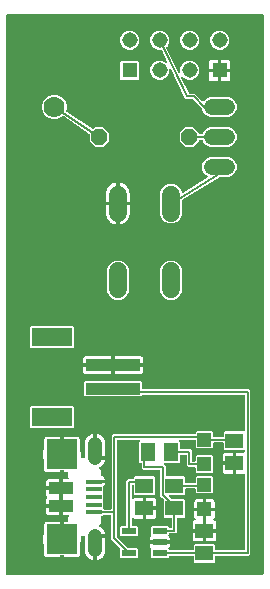
<source format=gbr>
G04 EAGLE Gerber X2 export*
%TF.Part,Single*%
%TF.FileFunction,Copper,L2,Bot,Mixed*%
%TF.FilePolarity,Positive*%
%TF.GenerationSoftware,Autodesk,EAGLE,8.6.0*%
%TF.CreationDate,2018-01-31T11:55:17Z*%
G75*
%MOMM*%
%FSLAX34Y34*%
%LPD*%
%AMOC8*
5,1,8,0,0,1.08239X$1,22.5*%
G01*
%ADD10C,1.778000*%
%ADD11C,1.524000*%
%ADD12C,1.320800*%
%ADD13R,1.308000X1.308000*%
%ADD14C,1.308000*%
%ADD15P,1.429621X8X202.500000*%
%ADD16R,1.200000X0.550000*%
%ADD17R,1.200000X1.200000*%
%ADD18R,1.300000X1.500000*%
%ADD19R,1.500000X1.300000*%
%ADD20R,4.600000X1.000000*%
%ADD21R,3.400000X1.600000*%
%ADD22R,2.500000X2.500000*%
%ADD23C,1.208000*%
%ADD24R,1.350000X0.400000*%
%ADD25R,2.000000X1.000000*%
%ADD26C,0.152400*%
%ADD27C,0.756400*%

G36*
X214398Y327664D02*
X214398Y327664D01*
X214417Y327662D01*
X214519Y327684D01*
X214621Y327700D01*
X214638Y327710D01*
X214658Y327714D01*
X214747Y327767D01*
X214838Y327816D01*
X214852Y327830D01*
X214869Y327840D01*
X214936Y327919D01*
X215008Y327994D01*
X215016Y328012D01*
X215029Y328027D01*
X215068Y328123D01*
X215111Y328217D01*
X215113Y328237D01*
X215121Y328255D01*
X215139Y328422D01*
X215139Y801778D01*
X215136Y801798D01*
X215138Y801817D01*
X215116Y801919D01*
X215100Y802021D01*
X215090Y802038D01*
X215086Y802058D01*
X215033Y802147D01*
X214984Y802238D01*
X214970Y802252D01*
X214960Y802269D01*
X214881Y802336D01*
X214806Y802408D01*
X214788Y802416D01*
X214773Y802429D01*
X214677Y802468D01*
X214583Y802511D01*
X214563Y802513D01*
X214545Y802521D01*
X214378Y802539D01*
X-1778Y802539D01*
X-1798Y802536D01*
X-1817Y802538D01*
X-1919Y802516D01*
X-2021Y802500D01*
X-2038Y802490D01*
X-2058Y802486D01*
X-2147Y802433D01*
X-2238Y802384D01*
X-2252Y802370D01*
X-2269Y802360D01*
X-2336Y802281D01*
X-2408Y802206D01*
X-2416Y802188D01*
X-2429Y802173D01*
X-2468Y802077D01*
X-2511Y801983D01*
X-2513Y801963D01*
X-2521Y801945D01*
X-2539Y801778D01*
X-2539Y328422D01*
X-2536Y328402D01*
X-2538Y328383D01*
X-2516Y328281D01*
X-2500Y328179D01*
X-2490Y328162D01*
X-2486Y328142D01*
X-2433Y328053D01*
X-2384Y327962D01*
X-2370Y327948D01*
X-2360Y327931D01*
X-2281Y327864D01*
X-2206Y327792D01*
X-2188Y327784D01*
X-2173Y327771D01*
X-2077Y327732D01*
X-1983Y327689D01*
X-1963Y327687D01*
X-1945Y327679D01*
X-1778Y327661D01*
X214378Y327661D01*
X214398Y327664D01*
G37*
%LPC*%
G36*
X156968Y338075D02*
X156968Y338075D01*
X156075Y338968D01*
X156075Y343052D01*
X156072Y343072D01*
X156074Y343091D01*
X156052Y343193D01*
X156036Y343295D01*
X156026Y343312D01*
X156022Y343332D01*
X155969Y343421D01*
X155920Y343512D01*
X155906Y343526D01*
X155896Y343543D01*
X155817Y343610D01*
X155742Y343682D01*
X155724Y343690D01*
X155709Y343703D01*
X155613Y343742D01*
X155519Y343785D01*
X155499Y343787D01*
X155481Y343795D01*
X155314Y343813D01*
X135587Y343813D01*
X135567Y343810D01*
X135548Y343812D01*
X135446Y343790D01*
X135344Y343774D01*
X135327Y343764D01*
X135307Y343760D01*
X135218Y343707D01*
X135127Y343658D01*
X135113Y343644D01*
X135096Y343634D01*
X135029Y343555D01*
X134957Y343480D01*
X134949Y343462D01*
X134936Y343447D01*
X134897Y343351D01*
X134854Y343257D01*
X134852Y343237D01*
X134844Y343219D01*
X134826Y343052D01*
X134826Y342718D01*
X133933Y341825D01*
X120669Y341825D01*
X119776Y342718D01*
X119776Y349482D01*
X119908Y349614D01*
X119977Y349709D01*
X120048Y349806D01*
X120050Y349810D01*
X120052Y349813D01*
X120087Y349927D01*
X120123Y350040D01*
X120123Y350045D01*
X120124Y350048D01*
X120121Y350165D01*
X120119Y350286D01*
X120118Y350290D01*
X120118Y350294D01*
X120077Y350405D01*
X120038Y350518D01*
X120035Y350521D01*
X120034Y350525D01*
X119959Y350618D01*
X119886Y350712D01*
X119882Y350715D01*
X119880Y350717D01*
X119868Y350725D01*
X119751Y350811D01*
X119741Y350817D01*
X119268Y351290D01*
X118933Y351869D01*
X118760Y352516D01*
X118760Y354226D01*
X126688Y354226D01*
X126707Y354229D01*
X126727Y354227D01*
X126829Y354249D01*
X126931Y354265D01*
X126948Y354275D01*
X126968Y354279D01*
X127057Y354332D01*
X127148Y354381D01*
X127162Y354395D01*
X127179Y354405D01*
X127246Y354484D01*
X127300Y354541D01*
X127308Y354527D01*
X127322Y354513D01*
X127332Y354496D01*
X127411Y354429D01*
X127486Y354357D01*
X127504Y354349D01*
X127519Y354336D01*
X127616Y354297D01*
X127709Y354254D01*
X127729Y354252D01*
X127747Y354244D01*
X127914Y354226D01*
X135842Y354226D01*
X135842Y352516D01*
X135669Y351869D01*
X135334Y351290D01*
X134861Y350817D01*
X134851Y350811D01*
X134760Y350736D01*
X134666Y350662D01*
X134664Y350658D01*
X134661Y350655D01*
X134598Y350556D01*
X134533Y350455D01*
X134532Y350451D01*
X134530Y350447D01*
X134502Y350332D01*
X134473Y350216D01*
X134474Y350212D01*
X134473Y350208D01*
X134483Y350089D01*
X134492Y349971D01*
X134494Y349967D01*
X134494Y349963D01*
X134542Y349855D01*
X134589Y349745D01*
X134592Y349741D01*
X134593Y349738D01*
X134602Y349728D01*
X134694Y349614D01*
X134826Y349482D01*
X134826Y349148D01*
X134829Y349128D01*
X134827Y349109D01*
X134849Y349007D01*
X134865Y348905D01*
X134875Y348888D01*
X134879Y348868D01*
X134932Y348779D01*
X134981Y348688D01*
X134995Y348674D01*
X135005Y348657D01*
X135084Y348590D01*
X135159Y348518D01*
X135177Y348510D01*
X135192Y348497D01*
X135288Y348458D01*
X135382Y348415D01*
X135402Y348413D01*
X135420Y348405D01*
X135587Y348387D01*
X155314Y348387D01*
X155334Y348390D01*
X155353Y348388D01*
X155455Y348410D01*
X155557Y348426D01*
X155574Y348436D01*
X155594Y348440D01*
X155683Y348493D01*
X155774Y348542D01*
X155788Y348556D01*
X155805Y348566D01*
X155872Y348645D01*
X155944Y348720D01*
X155952Y348738D01*
X155965Y348753D01*
X156004Y348849D01*
X156047Y348943D01*
X156049Y348963D01*
X156057Y348981D01*
X156075Y349148D01*
X156075Y353232D01*
X156968Y354125D01*
X173232Y354125D01*
X174125Y353232D01*
X174125Y349148D01*
X174128Y349128D01*
X174126Y349109D01*
X174148Y349007D01*
X174164Y348905D01*
X174174Y348888D01*
X174178Y348868D01*
X174231Y348779D01*
X174280Y348688D01*
X174294Y348674D01*
X174304Y348657D01*
X174383Y348590D01*
X174458Y348518D01*
X174476Y348510D01*
X174491Y348497D01*
X174587Y348458D01*
X174681Y348415D01*
X174701Y348413D01*
X174719Y348405D01*
X174886Y348387D01*
X198630Y348387D01*
X198650Y348390D01*
X198669Y348388D01*
X198771Y348410D01*
X198873Y348426D01*
X198890Y348436D01*
X198910Y348440D01*
X198999Y348493D01*
X199090Y348542D01*
X199104Y348556D01*
X199121Y348566D01*
X199188Y348645D01*
X199260Y348720D01*
X199268Y348738D01*
X199281Y348753D01*
X199320Y348849D01*
X199363Y348943D01*
X199365Y348963D01*
X199373Y348981D01*
X199391Y349148D01*
X199391Y412550D01*
X199372Y412667D01*
X199354Y412785D01*
X199352Y412789D01*
X199352Y412793D01*
X199296Y412897D01*
X199241Y413004D01*
X199238Y413007D01*
X199236Y413010D01*
X199151Y413092D01*
X199065Y413175D01*
X199061Y413177D01*
X199058Y413180D01*
X198951Y413230D01*
X198843Y413281D01*
X198839Y413282D01*
X198835Y413283D01*
X198717Y413297D01*
X198599Y413311D01*
X198594Y413310D01*
X198591Y413311D01*
X198577Y413308D01*
X198433Y413286D01*
X198335Y413259D01*
X192023Y413259D01*
X192023Y421538D01*
X192020Y421558D01*
X192022Y421577D01*
X192000Y421679D01*
X191983Y421781D01*
X191974Y421798D01*
X191970Y421818D01*
X191917Y421907D01*
X191868Y421998D01*
X191854Y422012D01*
X191844Y422029D01*
X191765Y422096D01*
X191690Y422167D01*
X191672Y422176D01*
X191657Y422189D01*
X191561Y422228D01*
X191467Y422271D01*
X191447Y422273D01*
X191429Y422281D01*
X191262Y422299D01*
X190499Y422299D01*
X190499Y422301D01*
X191262Y422301D01*
X191282Y422304D01*
X191301Y422302D01*
X191403Y422324D01*
X191505Y422341D01*
X191522Y422350D01*
X191542Y422354D01*
X191631Y422407D01*
X191722Y422456D01*
X191736Y422470D01*
X191753Y422480D01*
X191820Y422559D01*
X191891Y422634D01*
X191900Y422652D01*
X191913Y422667D01*
X191952Y422763D01*
X191995Y422857D01*
X191997Y422877D01*
X192005Y422895D01*
X192023Y423062D01*
X192023Y431341D01*
X198335Y431341D01*
X198433Y431314D01*
X198551Y431303D01*
X198669Y431289D01*
X198674Y431290D01*
X198678Y431290D01*
X198793Y431316D01*
X198910Y431342D01*
X198913Y431344D01*
X198917Y431345D01*
X199020Y431407D01*
X199121Y431468D01*
X199124Y431471D01*
X199127Y431473D01*
X199203Y431564D01*
X199281Y431655D01*
X199282Y431659D01*
X199285Y431662D01*
X199328Y431771D01*
X199373Y431883D01*
X199373Y431888D01*
X199375Y431891D01*
X199375Y431905D01*
X199391Y432050D01*
X199391Y432514D01*
X199388Y432534D01*
X199390Y432553D01*
X199368Y432655D01*
X199352Y432757D01*
X199342Y432774D01*
X199338Y432794D01*
X199285Y432883D01*
X199236Y432974D01*
X199222Y432988D01*
X199212Y433005D01*
X199133Y433072D01*
X199058Y433144D01*
X199040Y433152D01*
X199025Y433165D01*
X198929Y433204D01*
X198835Y433247D01*
X198815Y433249D01*
X198797Y433257D01*
X198630Y433275D01*
X182368Y433275D01*
X181475Y434168D01*
X181475Y439252D01*
X181472Y439272D01*
X181474Y439291D01*
X181452Y439393D01*
X181436Y439495D01*
X181426Y439512D01*
X181422Y439532D01*
X181369Y439621D01*
X181320Y439712D01*
X181306Y439726D01*
X181296Y439743D01*
X181217Y439810D01*
X181142Y439882D01*
X181124Y439890D01*
X181109Y439903D01*
X181013Y439942D01*
X180919Y439985D01*
X180899Y439987D01*
X180881Y439995D01*
X180714Y440013D01*
X173386Y440013D01*
X173366Y440010D01*
X173347Y440012D01*
X173245Y439990D01*
X173143Y439974D01*
X173126Y439964D01*
X173106Y439960D01*
X173017Y439907D01*
X172926Y439858D01*
X172912Y439844D01*
X172895Y439834D01*
X172828Y439755D01*
X172756Y439680D01*
X172748Y439662D01*
X172735Y439647D01*
X172696Y439551D01*
X172653Y439457D01*
X172651Y439437D01*
X172643Y439419D01*
X172625Y439252D01*
X172625Y435668D01*
X171732Y434775D01*
X158468Y434775D01*
X157575Y435668D01*
X157575Y441452D01*
X157572Y441472D01*
X157574Y441491D01*
X157552Y441593D01*
X157536Y441695D01*
X157526Y441712D01*
X157522Y441732D01*
X157469Y441821D01*
X157420Y441912D01*
X157406Y441926D01*
X157396Y441943D01*
X157317Y442010D01*
X157242Y442082D01*
X157224Y442090D01*
X157209Y442103D01*
X157113Y442142D01*
X157019Y442185D01*
X156999Y442187D01*
X156981Y442195D01*
X156814Y442213D01*
X144081Y442213D01*
X144010Y442202D01*
X143938Y442200D01*
X143889Y442182D01*
X143838Y442174D01*
X143775Y442140D01*
X143707Y442115D01*
X143667Y442083D01*
X143621Y442058D01*
X143571Y442006D01*
X143515Y441962D01*
X143487Y441918D01*
X143451Y441880D01*
X143421Y441815D01*
X143382Y441755D01*
X143370Y441704D01*
X143348Y441657D01*
X143340Y441586D01*
X143322Y441516D01*
X143326Y441464D01*
X143321Y441413D01*
X143336Y441342D01*
X143341Y441271D01*
X143362Y441223D01*
X143373Y441172D01*
X143410Y441111D01*
X143438Y441045D01*
X143483Y440989D01*
X143499Y440961D01*
X143517Y440946D01*
X143543Y440914D01*
X144525Y439932D01*
X144525Y434848D01*
X144528Y434828D01*
X144526Y434809D01*
X144548Y434707D01*
X144564Y434605D01*
X144574Y434588D01*
X144578Y434568D01*
X144631Y434479D01*
X144680Y434388D01*
X144694Y434374D01*
X144704Y434357D01*
X144783Y434290D01*
X144858Y434218D01*
X144876Y434210D01*
X144891Y434197D01*
X144987Y434158D01*
X145081Y434115D01*
X145101Y434113D01*
X145119Y434105D01*
X145286Y434087D01*
X153347Y434087D01*
X154687Y432747D01*
X154687Y424348D01*
X154690Y424328D01*
X154688Y424309D01*
X154710Y424207D01*
X154726Y424105D01*
X154736Y424088D01*
X154740Y424068D01*
X154793Y423979D01*
X154842Y423888D01*
X154856Y423874D01*
X154866Y423857D01*
X154945Y423790D01*
X155020Y423718D01*
X155038Y423710D01*
X155053Y423697D01*
X155149Y423658D01*
X155243Y423615D01*
X155263Y423613D01*
X155281Y423605D01*
X155448Y423587D01*
X156814Y423587D01*
X156834Y423590D01*
X156853Y423588D01*
X156955Y423610D01*
X157057Y423626D01*
X157074Y423636D01*
X157094Y423640D01*
X157183Y423693D01*
X157274Y423742D01*
X157288Y423756D01*
X157305Y423766D01*
X157372Y423845D01*
X157444Y423920D01*
X157452Y423938D01*
X157465Y423953D01*
X157504Y424049D01*
X157547Y424143D01*
X157549Y424163D01*
X157557Y424181D01*
X157575Y424348D01*
X157575Y427932D01*
X158468Y428825D01*
X171732Y428825D01*
X172625Y427932D01*
X172625Y414668D01*
X171732Y413775D01*
X158468Y413775D01*
X157575Y414668D01*
X157575Y418252D01*
X157572Y418271D01*
X157574Y418289D01*
X157574Y418290D01*
X157574Y418291D01*
X157552Y418393D01*
X157536Y418495D01*
X157526Y418512D01*
X157522Y418532D01*
X157469Y418621D01*
X157420Y418712D01*
X157406Y418726D01*
X157396Y418743D01*
X157317Y418810D01*
X157242Y418882D01*
X157224Y418890D01*
X157209Y418903D01*
X157113Y418942D01*
X157019Y418985D01*
X156999Y418987D01*
X156981Y418995D01*
X156814Y419013D01*
X151453Y419013D01*
X150113Y420353D01*
X150113Y428752D01*
X150110Y428772D01*
X150112Y428791D01*
X150090Y428893D01*
X150074Y428995D01*
X150064Y429012D01*
X150060Y429032D01*
X150007Y429121D01*
X149958Y429212D01*
X149944Y429226D01*
X149934Y429243D01*
X149855Y429310D01*
X149780Y429382D01*
X149762Y429390D01*
X149747Y429403D01*
X149651Y429442D01*
X149557Y429485D01*
X149537Y429487D01*
X149519Y429495D01*
X149352Y429513D01*
X145286Y429513D01*
X145266Y429510D01*
X145247Y429512D01*
X145145Y429490D01*
X145043Y429474D01*
X145026Y429464D01*
X145006Y429460D01*
X144917Y429407D01*
X144826Y429358D01*
X144812Y429344D01*
X144795Y429334D01*
X144728Y429255D01*
X144656Y429180D01*
X144648Y429162D01*
X144635Y429147D01*
X144596Y429051D01*
X144553Y428957D01*
X144551Y428937D01*
X144543Y428919D01*
X144525Y428752D01*
X144525Y423668D01*
X143632Y422775D01*
X131310Y422775D01*
X131240Y422764D01*
X131168Y422762D01*
X131119Y422744D01*
X131068Y422736D01*
X131004Y422702D01*
X130937Y422677D01*
X130896Y422645D01*
X130850Y422620D01*
X130801Y422568D01*
X130745Y422524D01*
X130717Y422480D01*
X130681Y422442D01*
X130651Y422377D01*
X130612Y422317D01*
X130599Y422266D01*
X130577Y422219D01*
X130569Y422148D01*
X130552Y422078D01*
X130556Y422026D01*
X130550Y421975D01*
X130565Y421904D01*
X130571Y421833D01*
X130591Y421785D01*
X130602Y421734D01*
X130639Y421673D01*
X130667Y421607D01*
X130712Y421551D01*
X130729Y421523D01*
X130746Y421508D01*
X130772Y421476D01*
X132201Y420047D01*
X132201Y411986D01*
X132204Y411966D01*
X132202Y411947D01*
X132224Y411845D01*
X132240Y411743D01*
X132250Y411726D01*
X132254Y411706D01*
X132307Y411617D01*
X132356Y411526D01*
X132370Y411512D01*
X132380Y411495D01*
X132459Y411428D01*
X132534Y411356D01*
X132552Y411348D01*
X132567Y411335D01*
X132663Y411296D01*
X132757Y411253D01*
X132777Y411251D01*
X132795Y411243D01*
X132962Y411225D01*
X147832Y411225D01*
X148725Y410332D01*
X148725Y406248D01*
X148728Y406228D01*
X148726Y406209D01*
X148748Y406107D01*
X148764Y406005D01*
X148774Y405988D01*
X148778Y405968D01*
X148831Y405879D01*
X148880Y405788D01*
X148894Y405774D01*
X148904Y405757D01*
X148983Y405690D01*
X149058Y405618D01*
X149076Y405610D01*
X149091Y405597D01*
X149187Y405558D01*
X149281Y405515D01*
X149301Y405513D01*
X149319Y405505D01*
X149486Y405487D01*
X156814Y405487D01*
X156834Y405490D01*
X156853Y405488D01*
X156955Y405510D01*
X157057Y405526D01*
X157074Y405536D01*
X157094Y405540D01*
X157183Y405593D01*
X157274Y405642D01*
X157288Y405656D01*
X157305Y405666D01*
X157372Y405745D01*
X157444Y405820D01*
X157452Y405838D01*
X157465Y405853D01*
X157504Y405949D01*
X157547Y406043D01*
X157549Y406063D01*
X157557Y406081D01*
X157575Y406248D01*
X157575Y410832D01*
X158468Y411725D01*
X171732Y411725D01*
X172625Y410832D01*
X172625Y397568D01*
X171732Y396675D01*
X158468Y396675D01*
X157575Y397568D01*
X157575Y400152D01*
X157572Y400172D01*
X157574Y400191D01*
X157552Y400293D01*
X157536Y400395D01*
X157526Y400412D01*
X157522Y400432D01*
X157469Y400521D01*
X157420Y400612D01*
X157406Y400626D01*
X157396Y400643D01*
X157317Y400710D01*
X157242Y400782D01*
X157224Y400790D01*
X157209Y400803D01*
X157113Y400842D01*
X157019Y400885D01*
X156999Y400887D01*
X156981Y400895D01*
X156814Y400913D01*
X149486Y400913D01*
X149466Y400910D01*
X149447Y400912D01*
X149345Y400890D01*
X149243Y400874D01*
X149226Y400864D01*
X149206Y400860D01*
X149117Y400807D01*
X149026Y400758D01*
X149012Y400744D01*
X148995Y400734D01*
X148928Y400655D01*
X148856Y400580D01*
X148848Y400562D01*
X148835Y400547D01*
X148796Y400451D01*
X148753Y400357D01*
X148751Y400337D01*
X148743Y400319D01*
X148725Y400152D01*
X148725Y396068D01*
X147832Y395175D01*
X135564Y395175D01*
X135493Y395164D01*
X135421Y395162D01*
X135372Y395144D01*
X135321Y395136D01*
X135258Y395102D01*
X135190Y395077D01*
X135149Y395045D01*
X135103Y395020D01*
X135054Y394969D01*
X134998Y394924D01*
X134970Y394880D01*
X134934Y394842D01*
X134904Y394777D01*
X134865Y394717D01*
X134852Y394666D01*
X134830Y394619D01*
X134823Y394548D01*
X134805Y394478D01*
X134809Y394426D01*
X134803Y394375D01*
X134819Y394304D01*
X134824Y394233D01*
X134845Y394185D01*
X134856Y394134D01*
X134892Y394073D01*
X134920Y394007D01*
X134965Y393951D01*
X134982Y393923D01*
X135000Y393908D01*
X135025Y393876D01*
X136453Y392448D01*
X136527Y392395D01*
X136597Y392335D01*
X136627Y392323D01*
X136653Y392304D01*
X136740Y392277D01*
X136825Y392243D01*
X136866Y392239D01*
X136888Y392232D01*
X136920Y392233D01*
X136992Y392225D01*
X147832Y392225D01*
X148725Y391332D01*
X148725Y377068D01*
X147832Y376175D01*
X142748Y376175D01*
X142728Y376172D01*
X142709Y376174D01*
X142607Y376152D01*
X142505Y376136D01*
X142488Y376126D01*
X142468Y376122D01*
X142379Y376069D01*
X142288Y376020D01*
X142274Y376006D01*
X142257Y375996D01*
X142190Y375917D01*
X142118Y375842D01*
X142110Y375824D01*
X142097Y375809D01*
X142058Y375713D01*
X142015Y375619D01*
X142013Y375599D01*
X142005Y375581D01*
X141987Y375414D01*
X141987Y364153D01*
X140647Y362813D01*
X135587Y362813D01*
X135567Y362810D01*
X135548Y362812D01*
X135446Y362790D01*
X135344Y362774D01*
X135327Y362764D01*
X135307Y362760D01*
X135218Y362707D01*
X135127Y362658D01*
X135113Y362644D01*
X135096Y362634D01*
X135029Y362555D01*
X134957Y362480D01*
X134949Y362462D01*
X134936Y362447D01*
X134897Y362351D01*
X134854Y362257D01*
X134852Y362237D01*
X134844Y362219D01*
X134826Y362052D01*
X134826Y361718D01*
X134694Y361586D01*
X134625Y361491D01*
X134554Y361394D01*
X134552Y361390D01*
X134550Y361387D01*
X134515Y361273D01*
X134479Y361160D01*
X134479Y361155D01*
X134478Y361152D01*
X134481Y361033D01*
X134483Y360914D01*
X134484Y360910D01*
X134484Y360906D01*
X134525Y360795D01*
X134564Y360682D01*
X134567Y360679D01*
X134568Y360675D01*
X134643Y360582D01*
X134716Y360488D01*
X134720Y360485D01*
X134722Y360483D01*
X134734Y360475D01*
X134851Y360389D01*
X134861Y360383D01*
X135334Y359910D01*
X135669Y359331D01*
X135842Y358684D01*
X135842Y356974D01*
X127914Y356974D01*
X127895Y356971D01*
X127875Y356973D01*
X127773Y356951D01*
X127671Y356935D01*
X127654Y356925D01*
X127634Y356921D01*
X127545Y356868D01*
X127454Y356819D01*
X127440Y356805D01*
X127423Y356795D01*
X127356Y356716D01*
X127302Y356659D01*
X127294Y356673D01*
X127280Y356687D01*
X127270Y356704D01*
X127191Y356771D01*
X127116Y356843D01*
X127098Y356851D01*
X127083Y356864D01*
X126986Y356903D01*
X126893Y356946D01*
X126873Y356948D01*
X126855Y356956D01*
X126688Y356974D01*
X118760Y356974D01*
X118760Y358684D01*
X118933Y359331D01*
X119268Y359910D01*
X119741Y360383D01*
X119751Y360389D01*
X119842Y360464D01*
X119936Y360538D01*
X119938Y360542D01*
X119941Y360545D01*
X120004Y360644D01*
X120069Y360745D01*
X120070Y360749D01*
X120072Y360753D01*
X120100Y360868D01*
X120129Y360984D01*
X120128Y360988D01*
X120129Y360992D01*
X120119Y361111D01*
X120110Y361229D01*
X120108Y361233D01*
X120108Y361237D01*
X120060Y361345D01*
X120013Y361455D01*
X120010Y361459D01*
X120009Y361462D01*
X120000Y361472D01*
X119908Y361586D01*
X119776Y361718D01*
X119776Y368482D01*
X120669Y369375D01*
X133933Y369375D01*
X134826Y368482D01*
X134826Y368148D01*
X134829Y368128D01*
X134827Y368109D01*
X134849Y368007D01*
X134865Y367905D01*
X134875Y367888D01*
X134879Y367868D01*
X134932Y367779D01*
X134981Y367688D01*
X134995Y367674D01*
X135005Y367657D01*
X135084Y367590D01*
X135159Y367518D01*
X135177Y367510D01*
X135192Y367497D01*
X135288Y367458D01*
X135382Y367415D01*
X135402Y367413D01*
X135420Y367405D01*
X135587Y367387D01*
X136652Y367387D01*
X136672Y367390D01*
X136691Y367388D01*
X136793Y367410D01*
X136895Y367426D01*
X136912Y367436D01*
X136932Y367440D01*
X137021Y367493D01*
X137112Y367542D01*
X137126Y367556D01*
X137143Y367566D01*
X137210Y367645D01*
X137282Y367720D01*
X137290Y367738D01*
X137303Y367753D01*
X137342Y367849D01*
X137385Y367943D01*
X137387Y367963D01*
X137395Y367981D01*
X137413Y368148D01*
X137413Y375414D01*
X137410Y375434D01*
X137412Y375453D01*
X137390Y375555D01*
X137374Y375657D01*
X137364Y375674D01*
X137360Y375694D01*
X137307Y375783D01*
X137258Y375874D01*
X137244Y375888D01*
X137234Y375905D01*
X137155Y375972D01*
X137080Y376044D01*
X137062Y376052D01*
X137047Y376065D01*
X136951Y376104D01*
X136857Y376147D01*
X136837Y376149D01*
X136819Y376157D01*
X136652Y376175D01*
X131568Y376175D01*
X130675Y377068D01*
X130675Y391443D01*
X130661Y391533D01*
X130653Y391624D01*
X130641Y391653D01*
X130636Y391685D01*
X130593Y391766D01*
X130557Y391850D01*
X130531Y391882D01*
X130520Y391903D01*
X130497Y391925D01*
X130452Y391981D01*
X129190Y393243D01*
X127627Y394806D01*
X127627Y416052D01*
X127624Y416072D01*
X127626Y416091D01*
X127604Y416193D01*
X127588Y416295D01*
X127578Y416312D01*
X127574Y416332D01*
X127521Y416421D01*
X127472Y416512D01*
X127458Y416526D01*
X127448Y416543D01*
X127369Y416610D01*
X127294Y416682D01*
X127276Y416690D01*
X127261Y416703D01*
X127165Y416742D01*
X127071Y416785D01*
X127051Y416787D01*
X127033Y416795D01*
X126866Y416813D01*
X113353Y416813D01*
X112013Y418153D01*
X112013Y422014D01*
X112010Y422034D01*
X112012Y422053D01*
X111990Y422155D01*
X111974Y422257D01*
X111964Y422274D01*
X111960Y422294D01*
X111907Y422383D01*
X111858Y422474D01*
X111844Y422488D01*
X111834Y422505D01*
X111755Y422572D01*
X111680Y422644D01*
X111662Y422652D01*
X111647Y422665D01*
X111551Y422704D01*
X111457Y422747D01*
X111437Y422749D01*
X111419Y422757D01*
X111252Y422775D01*
X110368Y422775D01*
X109475Y423668D01*
X109475Y439932D01*
X110457Y440914D01*
X110499Y440972D01*
X110549Y441024D01*
X110571Y441071D01*
X110601Y441113D01*
X110622Y441182D01*
X110652Y441247D01*
X110658Y441299D01*
X110673Y441349D01*
X110671Y441420D01*
X110679Y441491D01*
X110668Y441542D01*
X110667Y441594D01*
X110642Y441662D01*
X110627Y441732D01*
X110600Y441777D01*
X110583Y441825D01*
X110538Y441881D01*
X110501Y441943D01*
X110461Y441977D01*
X110429Y442017D01*
X110369Y442056D01*
X110314Y442103D01*
X110266Y442122D01*
X110222Y442150D01*
X110152Y442168D01*
X110086Y442195D01*
X110015Y442203D01*
X109983Y442211D01*
X109960Y442209D01*
X109919Y442213D01*
X91948Y442213D01*
X91928Y442210D01*
X91909Y442212D01*
X91807Y442190D01*
X91705Y442174D01*
X91688Y442164D01*
X91668Y442160D01*
X91579Y442107D01*
X91488Y442058D01*
X91474Y442044D01*
X91457Y442034D01*
X91390Y441955D01*
X91318Y441880D01*
X91310Y441862D01*
X91297Y441847D01*
X91258Y441751D01*
X91215Y441657D01*
X91213Y441637D01*
X91205Y441619D01*
X91187Y441452D01*
X91187Y379753D01*
X91110Y379676D01*
X91057Y379602D01*
X90997Y379532D01*
X90985Y379502D01*
X90966Y379476D01*
X90939Y379389D01*
X90905Y379304D01*
X90901Y379263D01*
X90894Y379241D01*
X90895Y379209D01*
X90887Y379138D01*
X90887Y360062D01*
X90901Y359971D01*
X90909Y359881D01*
X90921Y359851D01*
X90926Y359819D01*
X90969Y359738D01*
X91005Y359654D01*
X91031Y359622D01*
X91042Y359601D01*
X91065Y359579D01*
X91110Y359523D01*
X100035Y350598D01*
X100109Y350545D01*
X100179Y350485D01*
X100209Y350473D01*
X100235Y350454D01*
X100322Y350427D01*
X100407Y350393D01*
X100448Y350389D01*
X100470Y350382D01*
X100502Y350383D01*
X100574Y350375D01*
X107931Y350375D01*
X108824Y349482D01*
X108824Y342718D01*
X107931Y341825D01*
X94667Y341825D01*
X93774Y342718D01*
X93774Y349514D01*
X93834Y349598D01*
X93840Y349617D01*
X93851Y349633D01*
X93876Y349734D01*
X93907Y349833D01*
X93906Y349853D01*
X93911Y349872D01*
X93903Y349975D01*
X93900Y350079D01*
X93893Y350097D01*
X93892Y350117D01*
X93851Y350212D01*
X93816Y350310D01*
X93803Y350325D01*
X93795Y350343D01*
X93691Y350474D01*
X86313Y357852D01*
X86313Y377652D01*
X86310Y377672D01*
X86312Y377691D01*
X86290Y377793D01*
X86274Y377895D01*
X86264Y377912D01*
X86260Y377932D01*
X86207Y378021D01*
X86158Y378112D01*
X86144Y378126D01*
X86134Y378143D01*
X86055Y378210D01*
X85980Y378282D01*
X85962Y378290D01*
X85947Y378303D01*
X85851Y378342D01*
X85757Y378385D01*
X85737Y378387D01*
X85719Y378395D01*
X85552Y378413D01*
X80185Y378413D01*
X80095Y378399D01*
X80004Y378391D01*
X79974Y378379D01*
X79942Y378374D01*
X79861Y378331D01*
X79778Y378295D01*
X79745Y378269D01*
X79725Y378258D01*
X79703Y378235D01*
X79647Y378190D01*
X78632Y377175D01*
X77922Y377175D01*
X77902Y377172D01*
X77883Y377174D01*
X77781Y377152D01*
X77679Y377136D01*
X77662Y377126D01*
X77642Y377122D01*
X77553Y377069D01*
X77462Y377020D01*
X77448Y377006D01*
X77431Y376996D01*
X77364Y376917D01*
X77292Y376842D01*
X77284Y376824D01*
X77271Y376809D01*
X77232Y376713D01*
X77189Y376619D01*
X77187Y376599D01*
X77179Y376581D01*
X77161Y376414D01*
X77161Y371483D01*
X76239Y369258D01*
X76224Y369191D01*
X76199Y369128D01*
X76196Y369073D01*
X76183Y369019D01*
X76190Y368951D01*
X76186Y368882D01*
X76201Y368829D01*
X76206Y368774D01*
X76234Y368711D01*
X76253Y368645D01*
X76284Y368600D01*
X76306Y368549D01*
X76353Y368499D01*
X76391Y368442D01*
X76450Y368392D01*
X76473Y368368D01*
X76492Y368358D01*
X76520Y368334D01*
X77970Y367365D01*
X79165Y366170D01*
X80104Y364765D01*
X80751Y363203D01*
X80946Y362223D01*
X73262Y362223D01*
X73242Y362220D01*
X73223Y362222D01*
X73121Y362200D01*
X73019Y362183D01*
X73002Y362174D01*
X72982Y362170D01*
X72893Y362117D01*
X72802Y362068D01*
X72788Y362054D01*
X72771Y362044D01*
X72704Y361965D01*
X72633Y361890D01*
X72624Y361872D01*
X72611Y361857D01*
X72573Y361761D01*
X72529Y361667D01*
X72527Y361647D01*
X72519Y361629D01*
X72501Y361462D01*
X72501Y360699D01*
X71738Y360699D01*
X71718Y360696D01*
X71699Y360698D01*
X71597Y360676D01*
X71495Y360659D01*
X71478Y360650D01*
X71458Y360646D01*
X71369Y360593D01*
X71278Y360544D01*
X71264Y360530D01*
X71247Y360520D01*
X71180Y360441D01*
X71109Y360366D01*
X71100Y360348D01*
X71087Y360333D01*
X71048Y360237D01*
X71005Y360143D01*
X71003Y360123D01*
X70995Y360105D01*
X70977Y359938D01*
X70977Y340174D01*
X69997Y340369D01*
X68435Y341016D01*
X67030Y341955D01*
X65835Y343150D01*
X64896Y344555D01*
X64249Y346117D01*
X63919Y347775D01*
X63919Y359778D01*
X63916Y359798D01*
X63918Y359817D01*
X63896Y359919D01*
X63880Y360021D01*
X63870Y360038D01*
X63866Y360058D01*
X63813Y360147D01*
X63764Y360238D01*
X63750Y360252D01*
X63740Y360269D01*
X63661Y360336D01*
X63586Y360408D01*
X63568Y360416D01*
X63553Y360429D01*
X63457Y360468D01*
X63363Y360511D01*
X63343Y360513D01*
X63325Y360521D01*
X63158Y360539D01*
X61013Y360539D01*
X61001Y360537D01*
X60990Y360539D01*
X60880Y360518D01*
X60770Y360500D01*
X60760Y360494D01*
X60749Y360492D01*
X60651Y360437D01*
X60552Y360384D01*
X60545Y360376D01*
X60535Y360371D01*
X60460Y360287D01*
X60383Y360206D01*
X60378Y360196D01*
X60371Y360187D01*
X60326Y360084D01*
X60279Y359983D01*
X60278Y359972D01*
X60274Y359961D01*
X60265Y359849D01*
X60252Y359739D01*
X60255Y359728D01*
X60254Y359716D01*
X60286Y359552D01*
X60352Y359340D01*
X60209Y357769D01*
X60211Y357739D01*
X60209Y357631D01*
X60352Y356060D01*
X59955Y354786D01*
X59953Y354776D01*
X59947Y354762D01*
X59575Y353568D01*
X59571Y353537D01*
X59559Y353508D01*
X59541Y353341D01*
X59541Y344866D01*
X59368Y344219D01*
X59033Y343640D01*
X58560Y343167D01*
X57981Y342832D01*
X57334Y342659D01*
X45999Y342659D01*
X45999Y343778D01*
X45996Y343798D01*
X45998Y343817D01*
X45976Y343919D01*
X45960Y344021D01*
X45950Y344038D01*
X45946Y344058D01*
X45893Y344147D01*
X45844Y344238D01*
X45830Y344252D01*
X45820Y344269D01*
X45741Y344336D01*
X45666Y344408D01*
X45648Y344416D01*
X45633Y344429D01*
X45537Y344468D01*
X45443Y344511D01*
X45423Y344513D01*
X45405Y344521D01*
X45238Y344539D01*
X43762Y344539D01*
X43742Y344536D01*
X43722Y344538D01*
X43621Y344516D01*
X43519Y344500D01*
X43502Y344490D01*
X43482Y344486D01*
X43393Y344433D01*
X43302Y344384D01*
X43288Y344370D01*
X43271Y344360D01*
X43204Y344281D01*
X43132Y344206D01*
X43124Y344188D01*
X43111Y344173D01*
X43072Y344077D01*
X43029Y343983D01*
X43027Y343963D01*
X43019Y343945D01*
X43001Y343778D01*
X43001Y342659D01*
X31666Y342659D01*
X31019Y342832D01*
X30440Y343167D01*
X29967Y343640D01*
X29632Y344219D01*
X29459Y344866D01*
X29459Y353075D01*
X29446Y353154D01*
X29442Y353235D01*
X29424Y353289D01*
X29420Y353318D01*
X29406Y353343D01*
X29389Y353394D01*
X28568Y355172D01*
X28791Y357631D01*
X28789Y357661D01*
X28791Y357769D01*
X28568Y360228D01*
X29389Y362006D01*
X29411Y362083D01*
X29441Y362158D01*
X29447Y362215D01*
X29455Y362243D01*
X29453Y362271D01*
X29459Y362325D01*
X29459Y370534D01*
X29632Y371181D01*
X29967Y371760D01*
X30440Y372233D01*
X31019Y372568D01*
X31666Y372741D01*
X43001Y372741D01*
X43001Y371622D01*
X43004Y371602D01*
X43002Y371583D01*
X43024Y371481D01*
X43040Y371379D01*
X43050Y371362D01*
X43054Y371342D01*
X43107Y371253D01*
X43156Y371162D01*
X43170Y371148D01*
X43180Y371131D01*
X43259Y371064D01*
X43334Y370992D01*
X43352Y370984D01*
X43367Y370971D01*
X43463Y370932D01*
X43557Y370889D01*
X43577Y370887D01*
X43595Y370879D01*
X43762Y370861D01*
X45238Y370861D01*
X45258Y370864D01*
X45277Y370862D01*
X45379Y370884D01*
X45481Y370900D01*
X45498Y370910D01*
X45518Y370914D01*
X45607Y370967D01*
X45698Y371016D01*
X45712Y371030D01*
X45729Y371040D01*
X45796Y371119D01*
X45868Y371194D01*
X45876Y371212D01*
X45889Y371227D01*
X45928Y371323D01*
X45971Y371417D01*
X45973Y371437D01*
X45981Y371455D01*
X45999Y371622D01*
X45999Y372741D01*
X49078Y372741D01*
X49098Y372744D01*
X49117Y372742D01*
X49219Y372764D01*
X49321Y372780D01*
X49338Y372790D01*
X49358Y372794D01*
X49447Y372847D01*
X49538Y372896D01*
X49552Y372910D01*
X49569Y372920D01*
X49636Y372999D01*
X49708Y373074D01*
X49716Y373092D01*
X49729Y373107D01*
X49768Y373203D01*
X49811Y373297D01*
X49813Y373317D01*
X49821Y373335D01*
X49839Y373502D01*
X49839Y376917D01*
X50125Y377607D01*
X50135Y377651D01*
X50155Y377693D01*
X50163Y377770D01*
X50181Y377846D01*
X50177Y377892D01*
X50182Y377937D01*
X50165Y378014D01*
X50158Y378091D01*
X50139Y378133D01*
X50130Y378178D01*
X50090Y378245D01*
X50058Y378316D01*
X50027Y378350D01*
X50003Y378389D01*
X49944Y378440D01*
X49892Y378497D01*
X49851Y378519D01*
X49816Y378549D01*
X49744Y378578D01*
X49676Y378615D01*
X49631Y378624D01*
X49588Y378641D01*
X49452Y378656D01*
X49434Y378659D01*
X49429Y378658D01*
X49422Y378659D01*
X45023Y378659D01*
X45023Y385438D01*
X45020Y385458D01*
X45022Y385477D01*
X45000Y385579D01*
X44983Y385681D01*
X44974Y385698D01*
X44970Y385718D01*
X44917Y385807D01*
X44868Y385898D01*
X44854Y385912D01*
X44844Y385929D01*
X44765Y385996D01*
X44690Y386067D01*
X44672Y386076D01*
X44657Y386089D01*
X44561Y386128D01*
X44467Y386171D01*
X44447Y386173D01*
X44429Y386181D01*
X44262Y386199D01*
X43499Y386199D01*
X43499Y386201D01*
X44262Y386201D01*
X44282Y386204D01*
X44301Y386202D01*
X44403Y386224D01*
X44505Y386241D01*
X44522Y386250D01*
X44542Y386254D01*
X44631Y386307D01*
X44722Y386356D01*
X44736Y386370D01*
X44753Y386380D01*
X44820Y386459D01*
X44891Y386534D01*
X44900Y386552D01*
X44913Y386567D01*
X44952Y386663D01*
X44995Y386757D01*
X44997Y386777D01*
X45005Y386795D01*
X45023Y386962D01*
X45023Y400438D01*
X45020Y400458D01*
X45022Y400477D01*
X45000Y400579D01*
X44983Y400681D01*
X44974Y400698D01*
X44970Y400718D01*
X44917Y400807D01*
X44868Y400898D01*
X44854Y400912D01*
X44844Y400929D01*
X44765Y400996D01*
X44690Y401067D01*
X44672Y401076D01*
X44657Y401089D01*
X44561Y401128D01*
X44467Y401171D01*
X44447Y401173D01*
X44429Y401181D01*
X44262Y401199D01*
X43499Y401199D01*
X43499Y401201D01*
X44262Y401201D01*
X44282Y401204D01*
X44301Y401202D01*
X44403Y401224D01*
X44505Y401241D01*
X44522Y401250D01*
X44542Y401254D01*
X44631Y401307D01*
X44722Y401356D01*
X44736Y401370D01*
X44753Y401380D01*
X44820Y401459D01*
X44891Y401534D01*
X44900Y401552D01*
X44913Y401567D01*
X44952Y401663D01*
X44995Y401757D01*
X44997Y401777D01*
X45005Y401795D01*
X45023Y401962D01*
X45023Y408741D01*
X49422Y408741D01*
X49467Y408748D01*
X49513Y408746D01*
X49588Y408768D01*
X49664Y408780D01*
X49705Y408802D01*
X49749Y408815D01*
X49813Y408859D01*
X49882Y408896D01*
X49913Y408929D01*
X49951Y408955D01*
X49997Y409018D01*
X50051Y409074D01*
X50070Y409116D01*
X50098Y409152D01*
X50122Y409226D01*
X50155Y409297D01*
X50160Y409343D01*
X50174Y409386D01*
X50173Y409464D01*
X50182Y409541D01*
X50172Y409586D01*
X50172Y409632D01*
X50134Y409763D01*
X50130Y409782D01*
X50127Y409786D01*
X50125Y409793D01*
X49839Y410483D01*
X49839Y413898D01*
X49836Y413918D01*
X49838Y413937D01*
X49816Y414039D01*
X49800Y414141D01*
X49790Y414158D01*
X49786Y414178D01*
X49733Y414267D01*
X49684Y414358D01*
X49670Y414372D01*
X49660Y414389D01*
X49581Y414456D01*
X49506Y414528D01*
X49488Y414536D01*
X49473Y414549D01*
X49377Y414588D01*
X49283Y414631D01*
X49263Y414633D01*
X49245Y414641D01*
X49078Y414659D01*
X45999Y414659D01*
X45999Y415778D01*
X45996Y415798D01*
X45998Y415817D01*
X45976Y415919D01*
X45960Y416021D01*
X45950Y416038D01*
X45946Y416058D01*
X45893Y416147D01*
X45844Y416238D01*
X45830Y416252D01*
X45820Y416269D01*
X45741Y416336D01*
X45666Y416408D01*
X45648Y416416D01*
X45633Y416429D01*
X45537Y416468D01*
X45443Y416511D01*
X45423Y416513D01*
X45405Y416521D01*
X45238Y416539D01*
X43762Y416539D01*
X43742Y416536D01*
X43722Y416538D01*
X43621Y416516D01*
X43519Y416500D01*
X43502Y416490D01*
X43482Y416486D01*
X43393Y416433D01*
X43302Y416384D01*
X43288Y416370D01*
X43271Y416360D01*
X43204Y416281D01*
X43132Y416206D01*
X43124Y416188D01*
X43111Y416173D01*
X43072Y416077D01*
X43029Y415983D01*
X43027Y415963D01*
X43019Y415945D01*
X43001Y415778D01*
X43001Y414659D01*
X31666Y414659D01*
X31019Y414832D01*
X30440Y415167D01*
X29967Y415640D01*
X29632Y416219D01*
X29459Y416866D01*
X29459Y425075D01*
X29446Y425154D01*
X29442Y425235D01*
X29424Y425289D01*
X29420Y425318D01*
X29406Y425343D01*
X29395Y425377D01*
X29394Y425381D01*
X29393Y425382D01*
X29389Y425394D01*
X28568Y427172D01*
X28791Y429631D01*
X28789Y429661D01*
X28790Y429703D01*
X28790Y429708D01*
X28790Y429710D01*
X28791Y429769D01*
X28568Y432228D01*
X29389Y434006D01*
X29411Y434083D01*
X29441Y434158D01*
X29447Y434215D01*
X29455Y434243D01*
X29453Y434271D01*
X29459Y434325D01*
X29459Y442534D01*
X29632Y443181D01*
X29967Y443760D01*
X30440Y444233D01*
X31019Y444568D01*
X31666Y444741D01*
X43001Y444741D01*
X43001Y443622D01*
X43004Y443602D01*
X43002Y443583D01*
X43024Y443481D01*
X43040Y443379D01*
X43050Y443362D01*
X43054Y443342D01*
X43107Y443253D01*
X43156Y443162D01*
X43170Y443148D01*
X43180Y443131D01*
X43259Y443064D01*
X43334Y442992D01*
X43352Y442984D01*
X43367Y442971D01*
X43463Y442932D01*
X43557Y442889D01*
X43577Y442887D01*
X43595Y442879D01*
X43762Y442861D01*
X45238Y442861D01*
X45258Y442864D01*
X45277Y442862D01*
X45379Y442884D01*
X45481Y442900D01*
X45498Y442910D01*
X45518Y442914D01*
X45607Y442967D01*
X45698Y443016D01*
X45712Y443030D01*
X45729Y443040D01*
X45796Y443119D01*
X45868Y443194D01*
X45876Y443212D01*
X45889Y443227D01*
X45928Y443323D01*
X45971Y443417D01*
X45973Y443437D01*
X45981Y443455D01*
X45999Y443622D01*
X45999Y444741D01*
X57334Y444741D01*
X57981Y444568D01*
X58560Y444233D01*
X59033Y443760D01*
X59368Y443181D01*
X59541Y442534D01*
X59541Y434059D01*
X59546Y434028D01*
X59543Y433997D01*
X59575Y433832D01*
X59947Y432638D01*
X59952Y432629D01*
X59955Y432614D01*
X60352Y431340D01*
X60209Y429769D01*
X60211Y429739D01*
X60209Y429631D01*
X60352Y428060D01*
X60286Y427848D01*
X60284Y427837D01*
X60279Y427827D01*
X60267Y427716D01*
X60251Y427605D01*
X60254Y427594D01*
X60252Y427583D01*
X60276Y427473D01*
X60297Y427363D01*
X60302Y427353D01*
X60305Y427342D01*
X60362Y427246D01*
X60417Y427148D01*
X60425Y427141D01*
X60431Y427131D01*
X60516Y427058D01*
X60599Y426983D01*
X60609Y426979D01*
X60618Y426971D01*
X60722Y426929D01*
X60824Y426884D01*
X60835Y426883D01*
X60846Y426879D01*
X61013Y426861D01*
X63158Y426861D01*
X63178Y426864D01*
X63197Y426862D01*
X63299Y426884D01*
X63401Y426900D01*
X63418Y426910D01*
X63438Y426914D01*
X63527Y426967D01*
X63618Y427016D01*
X63632Y427030D01*
X63649Y427040D01*
X63716Y427119D01*
X63787Y427194D01*
X63796Y427212D01*
X63809Y427227D01*
X63848Y427323D01*
X63891Y427417D01*
X63893Y427437D01*
X63901Y427455D01*
X63919Y427622D01*
X63919Y439625D01*
X64249Y441283D01*
X64896Y442845D01*
X65835Y444250D01*
X67030Y445445D01*
X68435Y446384D01*
X69997Y447031D01*
X70977Y447226D01*
X70977Y427462D01*
X70980Y427442D01*
X70978Y427423D01*
X71000Y427321D01*
X71017Y427219D01*
X71026Y427202D01*
X71030Y427182D01*
X71083Y427093D01*
X71132Y427002D01*
X71146Y426988D01*
X71156Y426971D01*
X71235Y426904D01*
X71310Y426833D01*
X71328Y426824D01*
X71343Y426811D01*
X71439Y426773D01*
X71533Y426729D01*
X71553Y426727D01*
X71571Y426719D01*
X71738Y426701D01*
X72501Y426701D01*
X72501Y425938D01*
X72504Y425918D01*
X72502Y425899D01*
X72524Y425797D01*
X72541Y425695D01*
X72550Y425678D01*
X72554Y425658D01*
X72607Y425569D01*
X72656Y425478D01*
X72670Y425464D01*
X72680Y425447D01*
X72759Y425380D01*
X72834Y425309D01*
X72852Y425300D01*
X72867Y425287D01*
X72963Y425248D01*
X73057Y425205D01*
X73077Y425203D01*
X73095Y425195D01*
X73262Y425177D01*
X80946Y425177D01*
X80751Y424197D01*
X80104Y422635D01*
X80003Y422484D01*
X79165Y421230D01*
X77970Y420035D01*
X76520Y419066D01*
X76469Y419019D01*
X76413Y418980D01*
X76380Y418936D01*
X76340Y418898D01*
X76307Y418838D01*
X76266Y418783D01*
X76249Y418730D01*
X76223Y418682D01*
X76212Y418614D01*
X76190Y418549D01*
X76191Y418494D01*
X76181Y418439D01*
X76192Y418371D01*
X76193Y418303D01*
X76214Y418229D01*
X76219Y418196D01*
X76229Y418177D01*
X76239Y418142D01*
X77161Y415917D01*
X77161Y412002D01*
X77164Y411982D01*
X77162Y411963D01*
X77184Y411861D01*
X77200Y411759D01*
X77210Y411742D01*
X77214Y411722D01*
X77267Y411633D01*
X77316Y411542D01*
X77330Y411528D01*
X77340Y411511D01*
X77419Y411444D01*
X77494Y411372D01*
X77512Y411364D01*
X77527Y411351D01*
X77623Y411312D01*
X77717Y411269D01*
X77737Y411267D01*
X77755Y411259D01*
X77922Y411241D01*
X78334Y411241D01*
X78981Y411068D01*
X79560Y410733D01*
X80033Y410260D01*
X80368Y409681D01*
X80541Y409034D01*
X80541Y407699D01*
X76516Y407699D01*
X76402Y407680D01*
X76285Y407663D01*
X76280Y407661D01*
X76274Y407660D01*
X76171Y407605D01*
X76066Y407552D01*
X76062Y407547D01*
X76056Y407544D01*
X75976Y407460D01*
X75894Y407376D01*
X75890Y407370D01*
X75887Y407366D01*
X75879Y407349D01*
X75813Y407229D01*
X75616Y406753D01*
X75605Y406709D01*
X75586Y406667D01*
X75578Y406590D01*
X75560Y406514D01*
X75564Y406468D01*
X75559Y406422D01*
X75576Y406346D01*
X75583Y406269D01*
X75602Y406227D01*
X75611Y406182D01*
X75651Y406115D01*
X75683Y406044D01*
X75714Y406010D01*
X75737Y405971D01*
X75797Y405920D01*
X75849Y405863D01*
X75889Y405841D01*
X75924Y405811D01*
X75997Y405782D01*
X76065Y405744D01*
X76110Y405736D01*
X76153Y405719D01*
X76288Y405704D01*
X76307Y405701D01*
X76312Y405702D01*
X76319Y405701D01*
X80541Y405701D01*
X80541Y404366D01*
X80368Y403719D01*
X80033Y403140D01*
X79748Y402855D01*
X79695Y402781D01*
X79635Y402711D01*
X79623Y402681D01*
X79604Y402655D01*
X79577Y402568D01*
X79543Y402483D01*
X79539Y402442D01*
X79532Y402420D01*
X79533Y402388D01*
X79525Y402316D01*
X79525Y397568D01*
X79445Y397488D01*
X79433Y397472D01*
X79417Y397460D01*
X79361Y397372D01*
X79301Y397289D01*
X79295Y397270D01*
X79284Y397253D01*
X79259Y397152D01*
X79229Y397053D01*
X79229Y397033D01*
X79224Y397014D01*
X79232Y396911D01*
X79235Y396808D01*
X79242Y396789D01*
X79243Y396769D01*
X79284Y396674D01*
X79290Y396658D01*
X79290Y396655D01*
X79292Y396652D01*
X79319Y396577D01*
X79332Y396561D01*
X79340Y396543D01*
X79409Y396456D01*
X79417Y396444D01*
X79424Y396437D01*
X79445Y396412D01*
X79525Y396332D01*
X79525Y391068D01*
X79445Y390988D01*
X79433Y390972D01*
X79417Y390960D01*
X79361Y390872D01*
X79301Y390789D01*
X79295Y390770D01*
X79284Y390753D01*
X79259Y390652D01*
X79229Y390553D01*
X79229Y390533D01*
X79224Y390514D01*
X79232Y390411D01*
X79235Y390308D01*
X79242Y390289D01*
X79243Y390269D01*
X79284Y390174D01*
X79319Y390077D01*
X79332Y390061D01*
X79340Y390043D01*
X79445Y389912D01*
X79525Y389832D01*
X79525Y384568D01*
X79445Y384488D01*
X79433Y384472D01*
X79417Y384460D01*
X79361Y384372D01*
X79301Y384289D01*
X79295Y384270D01*
X79284Y384253D01*
X79259Y384152D01*
X79229Y384053D01*
X79229Y384033D01*
X79224Y384014D01*
X79232Y383911D01*
X79235Y383808D01*
X79242Y383789D01*
X79243Y383769D01*
X79284Y383674D01*
X79319Y383577D01*
X79332Y383561D01*
X79340Y383543D01*
X79445Y383412D01*
X79647Y383210D01*
X79721Y383157D01*
X79790Y383097D01*
X79820Y383085D01*
X79846Y383066D01*
X79933Y383039D01*
X80018Y383005D01*
X80059Y383001D01*
X80081Y382994D01*
X80114Y382995D01*
X80185Y382987D01*
X85852Y382987D01*
X85872Y382990D01*
X85891Y382988D01*
X85993Y383010D01*
X86095Y383026D01*
X86112Y383036D01*
X86132Y383040D01*
X86221Y383093D01*
X86312Y383142D01*
X86326Y383156D01*
X86343Y383166D01*
X86410Y383245D01*
X86482Y383320D01*
X86490Y383338D01*
X86503Y383353D01*
X86542Y383449D01*
X86585Y383543D01*
X86587Y383563D01*
X86595Y383581D01*
X86613Y383748D01*
X86613Y445447D01*
X87953Y446787D01*
X156814Y446787D01*
X156834Y446790D01*
X156853Y446788D01*
X156955Y446810D01*
X157057Y446826D01*
X157074Y446836D01*
X157094Y446840D01*
X157183Y446893D01*
X157274Y446942D01*
X157288Y446956D01*
X157305Y446966D01*
X157372Y447045D01*
X157444Y447120D01*
X157452Y447138D01*
X157465Y447153D01*
X157504Y447249D01*
X157547Y447343D01*
X157549Y447363D01*
X157557Y447381D01*
X157575Y447548D01*
X157575Y448932D01*
X158468Y449825D01*
X171732Y449825D01*
X172625Y448932D01*
X172625Y445348D01*
X172628Y445328D01*
X172626Y445309D01*
X172648Y445207D01*
X172664Y445105D01*
X172674Y445088D01*
X172678Y445068D01*
X172731Y444979D01*
X172780Y444888D01*
X172794Y444874D01*
X172804Y444857D01*
X172883Y444790D01*
X172958Y444718D01*
X172976Y444710D01*
X172991Y444697D01*
X173087Y444658D01*
X173181Y444615D01*
X173201Y444613D01*
X173219Y444605D01*
X173386Y444587D01*
X180714Y444587D01*
X180734Y444590D01*
X180753Y444588D01*
X180855Y444610D01*
X180957Y444626D01*
X180974Y444636D01*
X180994Y444640D01*
X181083Y444693D01*
X181174Y444742D01*
X181188Y444756D01*
X181205Y444766D01*
X181272Y444845D01*
X181344Y444920D01*
X181352Y444938D01*
X181365Y444953D01*
X181404Y445049D01*
X181447Y445143D01*
X181449Y445163D01*
X181457Y445181D01*
X181475Y445348D01*
X181475Y448432D01*
X182368Y449325D01*
X198630Y449325D01*
X198650Y449328D01*
X198669Y449326D01*
X198771Y449348D01*
X198873Y449364D01*
X198890Y449374D01*
X198910Y449378D01*
X198999Y449431D01*
X199090Y449480D01*
X199104Y449494D01*
X199121Y449504D01*
X199188Y449583D01*
X199260Y449658D01*
X199268Y449676D01*
X199281Y449691D01*
X199320Y449787D01*
X199363Y449881D01*
X199365Y449901D01*
X199373Y449919D01*
X199391Y450086D01*
X199391Y479552D01*
X199388Y479572D01*
X199390Y479591D01*
X199368Y479693D01*
X199352Y479795D01*
X199342Y479812D01*
X199338Y479832D01*
X199285Y479921D01*
X199236Y480012D01*
X199222Y480026D01*
X199212Y480043D01*
X199133Y480110D01*
X199058Y480182D01*
X199040Y480190D01*
X199025Y480203D01*
X198929Y480242D01*
X198835Y480285D01*
X198815Y480287D01*
X198797Y480295D01*
X198630Y480313D01*
X113086Y480313D01*
X113066Y480310D01*
X113047Y480312D01*
X112945Y480290D01*
X112843Y480274D01*
X112826Y480264D01*
X112806Y480260D01*
X112717Y480207D01*
X112626Y480158D01*
X112612Y480144D01*
X112595Y480134D01*
X112528Y480055D01*
X112456Y479980D01*
X112448Y479962D01*
X112435Y479947D01*
X112396Y479851D01*
X112353Y479757D01*
X112351Y479737D01*
X112343Y479719D01*
X112339Y479683D01*
X111432Y478775D01*
X64168Y478775D01*
X63275Y479668D01*
X63275Y490932D01*
X64168Y491825D01*
X111432Y491825D01*
X112325Y490932D01*
X112325Y485648D01*
X112328Y485628D01*
X112326Y485609D01*
X112348Y485507D01*
X112364Y485405D01*
X112374Y485388D01*
X112378Y485368D01*
X112431Y485279D01*
X112480Y485188D01*
X112494Y485174D01*
X112504Y485157D01*
X112583Y485090D01*
X112658Y485018D01*
X112676Y485010D01*
X112691Y484997D01*
X112787Y484958D01*
X112881Y484915D01*
X112901Y484913D01*
X112919Y484905D01*
X113086Y484887D01*
X202625Y484887D01*
X203965Y483547D01*
X203965Y345153D01*
X202625Y343813D01*
X174886Y343813D01*
X174866Y343810D01*
X174847Y343812D01*
X174745Y343790D01*
X174643Y343774D01*
X174626Y343764D01*
X174606Y343760D01*
X174517Y343707D01*
X174426Y343658D01*
X174412Y343644D01*
X174395Y343634D01*
X174328Y343555D01*
X174256Y343480D01*
X174248Y343462D01*
X174235Y343447D01*
X174196Y343351D01*
X174153Y343257D01*
X174151Y343237D01*
X174143Y343219D01*
X174125Y343052D01*
X174125Y338968D01*
X173232Y338075D01*
X156968Y338075D01*
G37*
%LPD*%
%LPC*%
G36*
X169579Y715771D02*
X169579Y715771D01*
X166591Y717009D01*
X164305Y719295D01*
X163060Y722301D01*
X163053Y722346D01*
X163045Y722437D01*
X163033Y722467D01*
X163028Y722499D01*
X162985Y722579D01*
X162949Y722663D01*
X162923Y722695D01*
X162912Y722716D01*
X162889Y722738D01*
X162844Y722794D01*
X155358Y730280D01*
X155284Y730333D01*
X155215Y730393D01*
X155185Y730405D01*
X155158Y730424D01*
X155071Y730451D01*
X154987Y730485D01*
X154946Y730489D01*
X154923Y730496D01*
X154891Y730495D01*
X154820Y730503D01*
X151193Y730503D01*
X151105Y730489D01*
X151016Y730482D01*
X150975Y730467D01*
X150951Y730464D01*
X150923Y730449D01*
X150858Y730425D01*
X150643Y730320D01*
X150225Y730463D01*
X150185Y730469D01*
X150146Y730485D01*
X149989Y730502D01*
X149983Y730503D01*
X149981Y730503D01*
X149980Y730503D01*
X149538Y730503D01*
X149369Y730672D01*
X149296Y730724D01*
X149228Y730783D01*
X149189Y730801D01*
X149169Y730816D01*
X149139Y730825D01*
X149076Y730854D01*
X148850Y730931D01*
X148656Y731328D01*
X148632Y731362D01*
X148615Y731399D01*
X148516Y731523D01*
X148513Y731528D01*
X148512Y731529D01*
X148511Y731530D01*
X148198Y731843D01*
X148198Y732082D01*
X148184Y732170D01*
X148177Y732260D01*
X148162Y732300D01*
X148159Y732324D01*
X148144Y732352D01*
X148120Y732417D01*
X136659Y755740D01*
X136617Y755799D01*
X136582Y755864D01*
X136546Y755899D01*
X136516Y755940D01*
X136457Y755983D01*
X136404Y756033D01*
X136358Y756055D01*
X136317Y756084D01*
X136247Y756106D01*
X136181Y756137D01*
X136131Y756143D01*
X136083Y756158D01*
X136009Y756156D01*
X135937Y756164D01*
X135887Y756153D01*
X135837Y756152D01*
X135768Y756127D01*
X135696Y756112D01*
X135653Y756086D01*
X135605Y756069D01*
X135548Y756023D01*
X135485Y755986D01*
X135452Y755947D01*
X135413Y755916D01*
X135373Y755854D01*
X135325Y755799D01*
X135306Y755752D01*
X135279Y755710D01*
X135261Y755639D01*
X135233Y755571D01*
X135226Y755502D01*
X135218Y755471D01*
X135220Y755447D01*
X135215Y755404D01*
X135215Y753271D01*
X133987Y750307D01*
X131718Y748038D01*
X128754Y746810D01*
X125546Y746810D01*
X122582Y748038D01*
X120313Y750307D01*
X119085Y753271D01*
X119085Y756479D01*
X120313Y759443D01*
X122582Y761712D01*
X125546Y762940D01*
X128754Y762940D01*
X131718Y761712D01*
X132416Y761014D01*
X132512Y760945D01*
X132539Y760922D01*
X132549Y760918D01*
X132613Y760872D01*
X132615Y760871D01*
X132616Y760870D01*
X132730Y760835D01*
X132848Y760798D01*
X132850Y760798D01*
X132851Y760798D01*
X132975Y760801D01*
X133094Y760804D01*
X133095Y760804D01*
X133097Y760804D01*
X133216Y760848D01*
X133325Y760887D01*
X133327Y760888D01*
X133328Y760889D01*
X133425Y760966D01*
X133518Y761040D01*
X133519Y761042D01*
X133520Y761043D01*
X133586Y761145D01*
X133652Y761247D01*
X133652Y761248D01*
X133653Y761249D01*
X133682Y761365D01*
X133713Y761485D01*
X133713Y761487D01*
X133713Y761488D01*
X133704Y761603D01*
X133704Y761607D01*
X133704Y761613D01*
X133703Y761620D01*
X133695Y761730D01*
X133694Y761732D01*
X133694Y761733D01*
X133692Y761739D01*
X133655Y761840D01*
X133652Y761853D01*
X133648Y761861D01*
X133638Y761888D01*
X128774Y771785D01*
X128720Y771860D01*
X128673Y771940D01*
X128650Y771960D01*
X128632Y771985D01*
X128557Y772040D01*
X128486Y772100D01*
X128457Y772111D01*
X128432Y772129D01*
X128344Y772157D01*
X128258Y772192D01*
X128219Y772196D01*
X128198Y772203D01*
X128165Y772202D01*
X128091Y772210D01*
X125546Y772210D01*
X122582Y773438D01*
X120313Y775707D01*
X119085Y778671D01*
X119085Y781879D01*
X120313Y784843D01*
X122582Y787112D01*
X125546Y788340D01*
X128754Y788340D01*
X131718Y787112D01*
X133987Y784843D01*
X135215Y781879D01*
X135215Y778671D01*
X133987Y775707D01*
X133002Y774721D01*
X132991Y774706D01*
X132976Y774695D01*
X132919Y774607D01*
X132858Y774522D01*
X132853Y774504D01*
X132843Y774489D01*
X132816Y774387D01*
X132786Y774287D01*
X132786Y774268D01*
X132782Y774250D01*
X132789Y774145D01*
X132792Y774041D01*
X132798Y774023D01*
X132800Y774005D01*
X132857Y773847D01*
X143041Y753123D01*
X143083Y753063D01*
X143118Y752999D01*
X143154Y752964D01*
X143184Y752923D01*
X143243Y752880D01*
X143296Y752829D01*
X143342Y752808D01*
X143383Y752779D01*
X143453Y752757D01*
X143519Y752726D01*
X143569Y752720D01*
X143617Y752705D01*
X143691Y752707D01*
X143763Y752699D01*
X143813Y752709D01*
X143863Y752711D01*
X143932Y752735D01*
X144004Y752751D01*
X144047Y752777D01*
X144095Y752794D01*
X144152Y752840D01*
X144215Y752877D01*
X144248Y752916D01*
X144287Y752947D01*
X144327Y753008D01*
X144375Y753064D01*
X144394Y753111D01*
X144421Y753153D01*
X144439Y753224D01*
X144467Y753292D01*
X144474Y753361D01*
X144482Y753392D01*
X144480Y753416D01*
X144485Y753459D01*
X144485Y756479D01*
X145713Y759443D01*
X147982Y761712D01*
X150946Y762940D01*
X154154Y762940D01*
X157118Y761712D01*
X159387Y759443D01*
X160615Y756479D01*
X160615Y753271D01*
X159387Y750307D01*
X157118Y748038D01*
X154154Y746810D01*
X150946Y746810D01*
X147982Y748038D01*
X146427Y749593D01*
X146329Y749663D01*
X146230Y749735D01*
X146228Y749736D01*
X146227Y749737D01*
X146112Y749772D01*
X145995Y749809D01*
X145993Y749809D01*
X145992Y749809D01*
X145868Y749806D01*
X145749Y749803D01*
X145747Y749803D01*
X145746Y749803D01*
X145628Y749760D01*
X145518Y749720D01*
X145516Y749719D01*
X145515Y749718D01*
X145418Y749641D01*
X145325Y749567D01*
X145324Y749566D01*
X145323Y749565D01*
X145257Y749463D01*
X145191Y749361D01*
X145191Y749359D01*
X145190Y749358D01*
X145161Y749243D01*
X145130Y749122D01*
X145130Y749121D01*
X145130Y749119D01*
X145139Y749002D01*
X145148Y748877D01*
X145149Y748875D01*
X145149Y748874D01*
X145151Y748869D01*
X145205Y748719D01*
X151700Y735502D01*
X151754Y735427D01*
X151802Y735347D01*
X151825Y735327D01*
X151843Y735302D01*
X151918Y735247D01*
X151988Y735187D01*
X152017Y735176D01*
X152042Y735158D01*
X152130Y735130D01*
X152217Y735095D01*
X152255Y735091D01*
X152277Y735084D01*
X152309Y735085D01*
X152383Y735077D01*
X157030Y735077D01*
X163415Y728691D01*
X163431Y728680D01*
X163444Y728664D01*
X163531Y728608D01*
X163615Y728548D01*
X163634Y728542D01*
X163651Y728531D01*
X163751Y728506D01*
X163850Y728475D01*
X163870Y728476D01*
X163889Y728471D01*
X163992Y728479D01*
X164096Y728482D01*
X164114Y728489D01*
X164134Y728490D01*
X164229Y728531D01*
X164327Y728566D01*
X164342Y728579D01*
X164361Y728586D01*
X164492Y728691D01*
X166591Y730791D01*
X169579Y732029D01*
X186021Y732029D01*
X189009Y730791D01*
X191295Y728505D01*
X192533Y725517D01*
X192533Y722283D01*
X191295Y719295D01*
X189009Y717009D01*
X186021Y715771D01*
X169579Y715771D01*
G37*
%LPD*%
%LPC*%
G36*
X135087Y625347D02*
X135087Y625347D01*
X131726Y626739D01*
X129153Y629312D01*
X127761Y632673D01*
X127761Y651551D01*
X129153Y654912D01*
X131726Y657485D01*
X135087Y658877D01*
X138725Y658877D01*
X142086Y657485D01*
X144659Y654912D01*
X146059Y651531D01*
X146102Y651461D01*
X146137Y651387D01*
X146167Y651357D01*
X146189Y651322D01*
X146252Y651270D01*
X146309Y651211D01*
X146346Y651192D01*
X146378Y651165D01*
X146455Y651136D01*
X146527Y651098D01*
X146569Y651092D01*
X146608Y651077D01*
X146689Y651073D01*
X146770Y651061D01*
X146812Y651068D01*
X146854Y651066D01*
X146932Y651089D01*
X147013Y651103D01*
X147062Y651127D01*
X147090Y651135D01*
X147113Y651151D01*
X147164Y651175D01*
X168197Y664239D01*
X168204Y664246D01*
X168213Y664250D01*
X168297Y664326D01*
X168382Y664401D01*
X168387Y664410D01*
X168394Y664416D01*
X168449Y664516D01*
X168506Y664614D01*
X168508Y664623D01*
X168513Y664632D01*
X168533Y664744D01*
X168556Y664855D01*
X168555Y664864D01*
X168557Y664874D01*
X168540Y664986D01*
X168526Y665099D01*
X168522Y665107D01*
X168521Y665117D01*
X168469Y665219D01*
X168420Y665321D01*
X168414Y665328D01*
X168409Y665336D01*
X168328Y665416D01*
X168249Y665497D01*
X168241Y665502D01*
X168234Y665509D01*
X168176Y665540D01*
X168170Y665545D01*
X168158Y665550D01*
X168087Y665589D01*
X166591Y666209D01*
X164305Y668495D01*
X163067Y671483D01*
X163067Y674717D01*
X164305Y677705D01*
X166591Y679991D01*
X169579Y681229D01*
X186021Y681229D01*
X189009Y679991D01*
X191295Y677705D01*
X192533Y674717D01*
X192533Y671483D01*
X191295Y668495D01*
X189009Y666209D01*
X186021Y664971D01*
X178261Y664971D01*
X178257Y664971D01*
X178253Y664971D01*
X178134Y664951D01*
X178018Y664932D01*
X178014Y664930D01*
X178010Y664929D01*
X177859Y664857D01*
X146410Y645323D01*
X146369Y645287D01*
X146321Y645258D01*
X146277Y645207D01*
X146225Y645162D01*
X146197Y645114D01*
X146161Y645072D01*
X146136Y645008D01*
X146101Y644949D01*
X146090Y644895D01*
X146069Y644843D01*
X146058Y644738D01*
X146051Y644708D01*
X146053Y644696D01*
X146051Y644677D01*
X146051Y632673D01*
X144659Y629312D01*
X142086Y626739D01*
X138725Y625347D01*
X135087Y625347D01*
G37*
%LPD*%
%LPC*%
G36*
X94667Y360825D02*
X94667Y360825D01*
X93774Y361718D01*
X93774Y368482D01*
X94667Y369375D01*
X98251Y369375D01*
X98271Y369378D01*
X98290Y369376D01*
X98392Y369398D01*
X98494Y369414D01*
X98511Y369424D01*
X98531Y369428D01*
X98620Y369481D01*
X98711Y369530D01*
X98725Y369544D01*
X98742Y369554D01*
X98809Y369633D01*
X98881Y369708D01*
X98889Y369726D01*
X98902Y369741D01*
X98941Y369837D01*
X98984Y369931D01*
X98986Y369951D01*
X98994Y369969D01*
X99012Y370136D01*
X99012Y407347D01*
X100352Y408687D01*
X104514Y408687D01*
X104534Y408690D01*
X104553Y408688D01*
X104655Y408710D01*
X104757Y408726D01*
X104774Y408736D01*
X104794Y408740D01*
X104883Y408793D01*
X104974Y408842D01*
X104988Y408856D01*
X105005Y408866D01*
X105072Y408945D01*
X105144Y409020D01*
X105152Y409038D01*
X105165Y409053D01*
X105204Y409149D01*
X105247Y409243D01*
X105249Y409263D01*
X105257Y409281D01*
X105275Y409448D01*
X105275Y410332D01*
X106168Y411225D01*
X122432Y411225D01*
X123325Y410332D01*
X123325Y396068D01*
X122432Y395175D01*
X106168Y395175D01*
X105275Y396068D01*
X105275Y403352D01*
X105272Y403372D01*
X105274Y403391D01*
X105252Y403493D01*
X105236Y403595D01*
X105226Y403612D01*
X105222Y403632D01*
X105169Y403721D01*
X105120Y403812D01*
X105106Y403826D01*
X105096Y403843D01*
X105017Y403910D01*
X104942Y403982D01*
X104924Y403990D01*
X104909Y404003D01*
X104813Y404042D01*
X104719Y404085D01*
X104699Y404087D01*
X104681Y404095D01*
X104514Y404113D01*
X104347Y404113D01*
X104327Y404110D01*
X104308Y404112D01*
X104206Y404090D01*
X104104Y404074D01*
X104087Y404064D01*
X104067Y404060D01*
X103978Y404007D01*
X103887Y403958D01*
X103873Y403944D01*
X103856Y403934D01*
X103789Y403855D01*
X103717Y403780D01*
X103709Y403762D01*
X103696Y403747D01*
X103657Y403651D01*
X103614Y403557D01*
X103612Y403537D01*
X103604Y403519D01*
X103586Y403352D01*
X103586Y392917D01*
X103597Y392846D01*
X103599Y392774D01*
X103617Y392725D01*
X103625Y392674D01*
X103659Y392611D01*
X103684Y392543D01*
X103716Y392503D01*
X103741Y392457D01*
X103792Y392407D01*
X103837Y392351D01*
X103881Y392323D01*
X103919Y392287D01*
X103984Y392257D01*
X104044Y392218D01*
X104095Y392205D01*
X104142Y392184D01*
X104213Y392176D01*
X104283Y392158D01*
X104335Y392162D01*
X104386Y392156D01*
X104457Y392172D01*
X104528Y392177D01*
X104576Y392198D01*
X104627Y392209D01*
X104688Y392246D01*
X104754Y392274D01*
X104810Y392318D01*
X104838Y392335D01*
X104853Y392353D01*
X104885Y392378D01*
X105240Y392733D01*
X105819Y393068D01*
X106466Y393241D01*
X112777Y393241D01*
X112777Y384962D01*
X112780Y384942D01*
X112778Y384923D01*
X112800Y384821D01*
X112817Y384719D01*
X112826Y384702D01*
X112830Y384682D01*
X112883Y384593D01*
X112932Y384502D01*
X112946Y384488D01*
X112956Y384471D01*
X113035Y384404D01*
X113110Y384333D01*
X113128Y384324D01*
X113143Y384311D01*
X113239Y384272D01*
X113333Y384229D01*
X113353Y384227D01*
X113371Y384219D01*
X113538Y384201D01*
X114301Y384201D01*
X114301Y384199D01*
X113538Y384199D01*
X113518Y384196D01*
X113499Y384198D01*
X113397Y384176D01*
X113295Y384159D01*
X113278Y384150D01*
X113258Y384146D01*
X113169Y384093D01*
X113078Y384044D01*
X113064Y384030D01*
X113047Y384020D01*
X112980Y383941D01*
X112909Y383866D01*
X112900Y383848D01*
X112887Y383833D01*
X112848Y383737D01*
X112805Y383643D01*
X112803Y383623D01*
X112795Y383605D01*
X112777Y383438D01*
X112777Y375159D01*
X106466Y375159D01*
X105819Y375332D01*
X105240Y375667D01*
X104885Y376022D01*
X104827Y376063D01*
X104775Y376113D01*
X104728Y376135D01*
X104686Y376165D01*
X104617Y376186D01*
X104552Y376216D01*
X104500Y376222D01*
X104450Y376238D01*
X104379Y376236D01*
X104308Y376244D01*
X104257Y376232D01*
X104205Y376231D01*
X104137Y376207D01*
X104067Y376191D01*
X104022Y376165D01*
X103974Y376147D01*
X103918Y376102D01*
X103856Y376065D01*
X103822Y376026D01*
X103782Y375993D01*
X103743Y375933D01*
X103696Y375878D01*
X103677Y375830D01*
X103649Y375786D01*
X103631Y375717D01*
X103604Y375650D01*
X103596Y375579D01*
X103588Y375548D01*
X103590Y375524D01*
X103586Y375483D01*
X103586Y370136D01*
X103589Y370116D01*
X103587Y370097D01*
X103609Y369995D01*
X103625Y369893D01*
X103635Y369876D01*
X103639Y369856D01*
X103692Y369767D01*
X103741Y369676D01*
X103755Y369662D01*
X103765Y369645D01*
X103844Y369578D01*
X103919Y369506D01*
X103937Y369498D01*
X103952Y369485D01*
X104048Y369446D01*
X104142Y369403D01*
X104162Y369401D01*
X104180Y369393D01*
X104347Y369375D01*
X107931Y369375D01*
X108824Y368482D01*
X108824Y361718D01*
X107931Y360825D01*
X94667Y360825D01*
G37*
%LPD*%
%LPC*%
G36*
X18168Y451775D02*
X18168Y451775D01*
X17275Y452668D01*
X17275Y469932D01*
X18168Y470825D01*
X53432Y470825D01*
X54325Y469932D01*
X54325Y452668D01*
X53432Y451775D01*
X18168Y451775D01*
G37*
%LPD*%
%LPC*%
G36*
X18168Y519775D02*
X18168Y519775D01*
X17275Y520668D01*
X17275Y537932D01*
X18168Y538825D01*
X53432Y538825D01*
X54325Y537932D01*
X54325Y520668D01*
X53432Y519775D01*
X18168Y519775D01*
G37*
%LPD*%
%LPC*%
G36*
X72833Y690371D02*
X72833Y690371D01*
X68071Y695133D01*
X68071Y700763D01*
X68064Y700806D01*
X68066Y700849D01*
X68045Y700927D01*
X68032Y701006D01*
X68011Y701044D01*
X68000Y701086D01*
X67954Y701152D01*
X67916Y701224D01*
X67885Y701253D01*
X67861Y701289D01*
X67747Y701385D01*
X67738Y701393D01*
X67736Y701394D01*
X67732Y701397D01*
X45807Y716013D01*
X45745Y716042D01*
X45688Y716078D01*
X45634Y716092D01*
X45583Y716115D01*
X45516Y716122D01*
X45449Y716139D01*
X45394Y716134D01*
X45339Y716140D01*
X45272Y716125D01*
X45204Y716119D01*
X45153Y716098D01*
X45099Y716085D01*
X45041Y716050D01*
X44978Y716023D01*
X44917Y715974D01*
X44889Y715957D01*
X44875Y715941D01*
X44847Y715918D01*
X44000Y715071D01*
X40172Y713485D01*
X36028Y713485D01*
X32200Y715071D01*
X29271Y718000D01*
X27685Y721828D01*
X27685Y725972D01*
X29271Y729800D01*
X32200Y732729D01*
X36028Y734315D01*
X40172Y734315D01*
X44000Y732729D01*
X46929Y729800D01*
X48515Y725972D01*
X48515Y721828D01*
X48065Y720742D01*
X48055Y720701D01*
X48041Y720671D01*
X48039Y720649D01*
X48024Y720611D01*
X48021Y720556D01*
X48009Y720503D01*
X48015Y720436D01*
X48014Y720426D01*
X48015Y720423D01*
X48012Y720365D01*
X48027Y720313D01*
X48032Y720258D01*
X48060Y720195D01*
X48079Y720129D01*
X48110Y720083D01*
X48132Y720033D01*
X48178Y719983D01*
X48217Y719926D01*
X48276Y719876D01*
X48298Y719852D01*
X48317Y719842D01*
X48346Y719818D01*
X70432Y705093D01*
X70494Y705065D01*
X70552Y705028D01*
X70606Y705015D01*
X70656Y704992D01*
X70724Y704985D01*
X70790Y704968D01*
X70846Y704973D01*
X70901Y704967D01*
X70968Y704982D01*
X71036Y704987D01*
X71087Y705009D01*
X71141Y705022D01*
X71199Y705057D01*
X71262Y705084D01*
X71323Y705132D01*
X71351Y705150D01*
X71365Y705166D01*
X71393Y705189D01*
X72833Y706629D01*
X79567Y706629D01*
X84329Y701867D01*
X84329Y695133D01*
X79567Y690371D01*
X72833Y690371D01*
G37*
%LPD*%
%LPC*%
G36*
X149033Y690371D02*
X149033Y690371D01*
X144271Y695133D01*
X144271Y701867D01*
X149033Y706629D01*
X155767Y706629D01*
X160529Y701867D01*
X160529Y701548D01*
X160532Y701528D01*
X160530Y701509D01*
X160552Y701407D01*
X160568Y701305D01*
X160578Y701288D01*
X160582Y701268D01*
X160635Y701179D01*
X160684Y701088D01*
X160698Y701074D01*
X160708Y701057D01*
X160787Y700990D01*
X160862Y700918D01*
X160880Y700910D01*
X160895Y700897D01*
X160991Y700858D01*
X161085Y700815D01*
X161105Y700813D01*
X161123Y700805D01*
X161290Y700787D01*
X162836Y700787D01*
X162951Y700806D01*
X163067Y700823D01*
X163073Y700825D01*
X163079Y700826D01*
X163181Y700881D01*
X163286Y700934D01*
X163291Y700939D01*
X163296Y700942D01*
X163376Y701026D01*
X163459Y701110D01*
X163462Y701116D01*
X163466Y701120D01*
X163473Y701137D01*
X163539Y701257D01*
X164305Y703105D01*
X166591Y705391D01*
X169579Y706629D01*
X186021Y706629D01*
X189009Y705391D01*
X191295Y703105D01*
X192533Y700117D01*
X192533Y696883D01*
X191295Y693895D01*
X189009Y691609D01*
X186021Y690371D01*
X169579Y690371D01*
X166591Y691609D01*
X164305Y693895D01*
X163539Y695743D01*
X163477Y695843D01*
X163418Y695943D01*
X163413Y695947D01*
X163410Y695952D01*
X163319Y696027D01*
X163231Y696103D01*
X163225Y696105D01*
X163220Y696109D01*
X163112Y696151D01*
X163003Y696195D01*
X162995Y696196D01*
X162991Y696197D01*
X162972Y696198D01*
X162836Y696213D01*
X161290Y696213D01*
X161270Y696210D01*
X161251Y696212D01*
X161149Y696190D01*
X161047Y696174D01*
X161030Y696164D01*
X161010Y696160D01*
X160921Y696107D01*
X160830Y696058D01*
X160816Y696044D01*
X160799Y696034D01*
X160732Y695955D01*
X160660Y695880D01*
X160652Y695862D01*
X160639Y695847D01*
X160600Y695751D01*
X160557Y695657D01*
X160555Y695637D01*
X160547Y695619D01*
X160529Y695452D01*
X160529Y695133D01*
X155767Y690371D01*
X149033Y690371D01*
G37*
%LPD*%
%LPC*%
G36*
X135087Y560323D02*
X135087Y560323D01*
X131726Y561715D01*
X129153Y564288D01*
X127761Y567649D01*
X127761Y586527D01*
X129153Y589888D01*
X131726Y592461D01*
X135087Y593853D01*
X138725Y593853D01*
X142086Y592461D01*
X144659Y589888D01*
X146051Y586527D01*
X146051Y567649D01*
X144659Y564288D01*
X142086Y561715D01*
X138725Y560323D01*
X135087Y560323D01*
G37*
%LPD*%
%LPC*%
G36*
X89875Y560323D02*
X89875Y560323D01*
X86514Y561715D01*
X83941Y564288D01*
X82549Y567649D01*
X82549Y586527D01*
X83941Y589888D01*
X86514Y592461D01*
X89875Y593853D01*
X93513Y593853D01*
X96874Y592461D01*
X99447Y589888D01*
X100839Y586527D01*
X100839Y567649D01*
X99447Y564288D01*
X96874Y561715D01*
X93513Y560323D01*
X89875Y560323D01*
G37*
%LPD*%
%LPC*%
G36*
X94578Y746810D02*
X94578Y746810D01*
X93685Y747703D01*
X93685Y762047D01*
X94578Y762940D01*
X108922Y762940D01*
X109815Y762047D01*
X109815Y747703D01*
X108922Y746810D01*
X94578Y746810D01*
G37*
%LPD*%
%LPC*%
G36*
X176346Y772210D02*
X176346Y772210D01*
X173382Y773438D01*
X171113Y775707D01*
X169885Y778671D01*
X169885Y781879D01*
X171113Y784843D01*
X173382Y787112D01*
X176346Y788340D01*
X179554Y788340D01*
X182518Y787112D01*
X184787Y784843D01*
X186015Y781879D01*
X186015Y778671D01*
X184787Y775707D01*
X182518Y773438D01*
X179554Y772210D01*
X176346Y772210D01*
G37*
%LPD*%
%LPC*%
G36*
X150946Y772210D02*
X150946Y772210D01*
X147982Y773438D01*
X145713Y775707D01*
X144485Y778671D01*
X144485Y781879D01*
X145713Y784843D01*
X147982Y787112D01*
X150946Y788340D01*
X154154Y788340D01*
X157118Y787112D01*
X159387Y784843D01*
X160615Y781879D01*
X160615Y778671D01*
X159387Y775707D01*
X157118Y773438D01*
X154154Y772210D01*
X150946Y772210D01*
G37*
%LPD*%
%LPC*%
G36*
X100146Y772210D02*
X100146Y772210D01*
X97182Y773438D01*
X94913Y775707D01*
X93685Y778671D01*
X93685Y781879D01*
X94913Y784843D01*
X97182Y787112D01*
X100146Y788340D01*
X103354Y788340D01*
X106318Y787112D01*
X108587Y784843D01*
X109815Y781879D01*
X109815Y778671D01*
X108587Y775707D01*
X106318Y773438D01*
X103354Y772210D01*
X100146Y772210D01*
G37*
%LPD*%
%LPC*%
G36*
X62259Y506823D02*
X62259Y506823D01*
X62259Y510634D01*
X62432Y511281D01*
X62767Y511860D01*
X63240Y512333D01*
X63819Y512668D01*
X64466Y512841D01*
X86277Y512841D01*
X86277Y506823D01*
X62259Y506823D01*
G37*
%LPD*%
%LPC*%
G36*
X89323Y506823D02*
X89323Y506823D01*
X89323Y512841D01*
X111134Y512841D01*
X111781Y512668D01*
X112360Y512333D01*
X112833Y511860D01*
X113168Y511281D01*
X113341Y510634D01*
X113341Y506823D01*
X89323Y506823D01*
G37*
%LPD*%
%LPC*%
G36*
X89323Y497759D02*
X89323Y497759D01*
X89323Y503777D01*
X113341Y503777D01*
X113341Y499966D01*
X113168Y499319D01*
X112833Y498740D01*
X112360Y498267D01*
X111781Y497932D01*
X111134Y497759D01*
X89323Y497759D01*
G37*
%LPD*%
%LPC*%
G36*
X64466Y497759D02*
X64466Y497759D01*
X63819Y497932D01*
X63240Y498267D01*
X62767Y498740D01*
X62432Y499319D01*
X62259Y499966D01*
X62259Y503777D01*
X86277Y503777D01*
X86277Y497759D01*
X64466Y497759D01*
G37*
%LPD*%
%LPC*%
G36*
X30959Y387723D02*
X30959Y387723D01*
X30959Y391534D01*
X31132Y392181D01*
X31467Y392760D01*
X31869Y393162D01*
X31880Y393178D01*
X31896Y393190D01*
X31952Y393277D01*
X32012Y393361D01*
X32018Y393380D01*
X32029Y393397D01*
X32054Y393498D01*
X32084Y393596D01*
X32084Y393616D01*
X32089Y393636D01*
X32081Y393739D01*
X32078Y393842D01*
X32071Y393861D01*
X32070Y393881D01*
X32029Y393976D01*
X31994Y394073D01*
X31981Y394089D01*
X31973Y394107D01*
X31869Y394238D01*
X31467Y394640D01*
X31132Y395219D01*
X30959Y395866D01*
X30959Y399677D01*
X41977Y399677D01*
X41977Y387723D01*
X30959Y387723D01*
G37*
%LPD*%
%LPC*%
G36*
X74023Y428223D02*
X74023Y428223D01*
X74023Y447226D01*
X75003Y447031D01*
X76565Y446384D01*
X77970Y445445D01*
X79165Y444250D01*
X80104Y442845D01*
X80751Y441283D01*
X81081Y439625D01*
X81081Y428223D01*
X74023Y428223D01*
G37*
%LPD*%
%LPC*%
G36*
X74023Y359177D02*
X74023Y359177D01*
X81081Y359177D01*
X81081Y347775D01*
X80751Y346117D01*
X80104Y344555D01*
X79165Y343150D01*
X77970Y341955D01*
X76565Y341016D01*
X75003Y340369D01*
X74023Y340174D01*
X74023Y359177D01*
G37*
%LPD*%
%LPC*%
G36*
X93217Y643635D02*
X93217Y643635D01*
X93217Y659778D01*
X94073Y659643D01*
X95594Y659148D01*
X97019Y658422D01*
X98313Y657482D01*
X99444Y656351D01*
X100384Y655057D01*
X101110Y653632D01*
X101605Y652111D01*
X101855Y650532D01*
X101855Y643635D01*
X93217Y643635D01*
G37*
%LPD*%
%LPC*%
G36*
X93217Y640589D02*
X93217Y640589D01*
X101855Y640589D01*
X101855Y633692D01*
X101605Y632113D01*
X101110Y630592D01*
X100384Y629167D01*
X99444Y627873D01*
X98313Y626742D01*
X97019Y625802D01*
X95594Y625076D01*
X94073Y624581D01*
X93217Y624446D01*
X93217Y640589D01*
G37*
%LPD*%
%LPC*%
G36*
X81533Y643635D02*
X81533Y643635D01*
X81533Y650532D01*
X81783Y652111D01*
X82278Y653632D01*
X83004Y655057D01*
X83944Y656351D01*
X85075Y657482D01*
X86369Y658422D01*
X87794Y659148D01*
X89315Y659643D01*
X90171Y659778D01*
X90171Y643635D01*
X81533Y643635D01*
G37*
%LPD*%
%LPC*%
G36*
X89315Y624581D02*
X89315Y624581D01*
X87794Y625076D01*
X86369Y625802D01*
X85075Y626742D01*
X83944Y627873D01*
X83004Y629167D01*
X82278Y630592D01*
X81783Y632113D01*
X81533Y633692D01*
X81533Y640589D01*
X90171Y640589D01*
X90171Y624446D01*
X89315Y624581D01*
G37*
%LPD*%
%LPC*%
G36*
X166623Y366623D02*
X166623Y366623D01*
X166623Y381677D01*
X173641Y381677D01*
X173641Y376866D01*
X173468Y376219D01*
X173133Y375640D01*
X172841Y375348D01*
X172786Y375271D01*
X172724Y375197D01*
X172714Y375171D01*
X172698Y375148D01*
X172669Y375057D01*
X172635Y374968D01*
X172633Y374940D01*
X172625Y374913D01*
X172628Y374818D01*
X172623Y374723D01*
X172631Y374695D01*
X172632Y374667D01*
X172664Y374578D01*
X172690Y374486D01*
X172706Y374463D01*
X172716Y374436D01*
X172776Y374362D01*
X172829Y374283D01*
X172852Y374266D01*
X172870Y374244D01*
X172950Y374193D01*
X173026Y374135D01*
X173059Y374122D01*
X173077Y374111D01*
X173108Y374103D01*
X173182Y374074D01*
X173581Y373968D01*
X174160Y373633D01*
X174633Y373160D01*
X174968Y372581D01*
X175141Y371934D01*
X175141Y366623D01*
X166623Y366623D01*
G37*
%LPD*%
%LPC*%
G36*
X155059Y366623D02*
X155059Y366623D01*
X155059Y371934D01*
X155232Y372581D01*
X155567Y373160D01*
X156040Y373633D01*
X156619Y373968D01*
X157018Y374074D01*
X157105Y374114D01*
X157194Y374146D01*
X157216Y374164D01*
X157242Y374176D01*
X157312Y374240D01*
X157386Y374300D01*
X157401Y374324D01*
X157422Y374343D01*
X157468Y374427D01*
X157519Y374507D01*
X157526Y374534D01*
X157540Y374559D01*
X157556Y374653D01*
X157579Y374745D01*
X157577Y374773D01*
X157582Y374801D01*
X157567Y374896D01*
X157560Y374991D01*
X157549Y375017D01*
X157545Y375045D01*
X157501Y375129D01*
X157464Y375217D01*
X157442Y375245D01*
X157432Y375263D01*
X157408Y375286D01*
X157359Y375348D01*
X157067Y375640D01*
X156732Y376219D01*
X156559Y376866D01*
X156559Y381677D01*
X163577Y381677D01*
X163577Y366623D01*
X155059Y366623D01*
G37*
%LPD*%
%LPC*%
G36*
X30959Y402723D02*
X30959Y402723D01*
X30959Y406534D01*
X31132Y407181D01*
X31467Y407760D01*
X31940Y408233D01*
X32519Y408568D01*
X33166Y408741D01*
X41977Y408741D01*
X41977Y402723D01*
X30959Y402723D01*
G37*
%LPD*%
%LPC*%
G36*
X33166Y378659D02*
X33166Y378659D01*
X32519Y378832D01*
X31940Y379167D01*
X31467Y379640D01*
X31132Y380219D01*
X30959Y380866D01*
X30959Y384677D01*
X41977Y384677D01*
X41977Y378659D01*
X33166Y378659D01*
G37*
%LPD*%
%LPC*%
G36*
X115823Y385723D02*
X115823Y385723D01*
X115823Y393241D01*
X122134Y393241D01*
X122781Y393068D01*
X123360Y392733D01*
X123833Y392260D01*
X124168Y391681D01*
X124341Y391034D01*
X124341Y385723D01*
X115823Y385723D01*
G37*
%LPD*%
%LPC*%
G36*
X180459Y423823D02*
X180459Y423823D01*
X180459Y429134D01*
X180632Y429781D01*
X180967Y430360D01*
X181440Y430833D01*
X182019Y431168D01*
X182666Y431341D01*
X188977Y431341D01*
X188977Y423823D01*
X180459Y423823D01*
G37*
%LPD*%
%LPC*%
G36*
X115823Y375159D02*
X115823Y375159D01*
X115823Y382677D01*
X124341Y382677D01*
X124341Y377366D01*
X124168Y376719D01*
X123833Y376140D01*
X123360Y375667D01*
X122781Y375332D01*
X122134Y375159D01*
X115823Y375159D01*
G37*
%LPD*%
%LPC*%
G36*
X166623Y356059D02*
X166623Y356059D01*
X166623Y363577D01*
X175141Y363577D01*
X175141Y358266D01*
X174968Y357619D01*
X174633Y357040D01*
X174160Y356567D01*
X173581Y356232D01*
X172934Y356059D01*
X166623Y356059D01*
G37*
%LPD*%
%LPC*%
G36*
X182666Y413259D02*
X182666Y413259D01*
X182019Y413432D01*
X181440Y413767D01*
X180967Y414240D01*
X180632Y414819D01*
X180459Y415466D01*
X180459Y420777D01*
X188977Y420777D01*
X188977Y413259D01*
X182666Y413259D01*
G37*
%LPD*%
%LPC*%
G36*
X157266Y356059D02*
X157266Y356059D01*
X156619Y356232D01*
X156040Y356567D01*
X155567Y357040D01*
X155232Y357619D01*
X155059Y358266D01*
X155059Y363577D01*
X163577Y363577D01*
X163577Y356059D01*
X157266Y356059D01*
G37*
%LPD*%
%LPC*%
G36*
X179473Y756398D02*
X179473Y756398D01*
X179473Y763956D01*
X184824Y763956D01*
X185471Y763783D01*
X186050Y763448D01*
X186523Y762975D01*
X186858Y762396D01*
X187031Y761749D01*
X187031Y756398D01*
X179473Y756398D01*
G37*
%LPD*%
%LPC*%
G36*
X168869Y756398D02*
X168869Y756398D01*
X168869Y761749D01*
X169042Y762396D01*
X169377Y762975D01*
X169850Y763448D01*
X170429Y763783D01*
X171076Y763956D01*
X176427Y763956D01*
X176427Y756398D01*
X168869Y756398D01*
G37*
%LPD*%
%LPC*%
G36*
X179473Y745794D02*
X179473Y745794D01*
X179473Y753352D01*
X187031Y753352D01*
X187031Y748001D01*
X186858Y747354D01*
X186523Y746775D01*
X186050Y746302D01*
X185471Y745967D01*
X184824Y745794D01*
X179473Y745794D01*
G37*
%LPD*%
%LPC*%
G36*
X171076Y745794D02*
X171076Y745794D01*
X170429Y745967D01*
X169850Y746302D01*
X169377Y746775D01*
X169042Y747354D01*
X168869Y748001D01*
X168869Y753352D01*
X176427Y753352D01*
X176427Y745794D01*
X171076Y745794D01*
G37*
%LPD*%
%LPC*%
G36*
X166623Y384723D02*
X166623Y384723D01*
X166623Y391741D01*
X171434Y391741D01*
X172081Y391568D01*
X172660Y391233D01*
X173133Y390760D01*
X173468Y390181D01*
X173641Y389534D01*
X173641Y384723D01*
X166623Y384723D01*
G37*
%LPD*%
%LPC*%
G36*
X156559Y384723D02*
X156559Y384723D01*
X156559Y389534D01*
X156732Y390181D01*
X157067Y390760D01*
X157540Y391233D01*
X158119Y391568D01*
X158766Y391741D01*
X163577Y391741D01*
X163577Y384723D01*
X156559Y384723D01*
G37*
%LPD*%
%LPC*%
G36*
X177949Y754874D02*
X177949Y754874D01*
X177949Y754876D01*
X177951Y754876D01*
X177951Y754874D01*
X177949Y754874D01*
G37*
%LPD*%
%LPC*%
G36*
X91693Y642111D02*
X91693Y642111D01*
X91693Y642113D01*
X91695Y642113D01*
X91695Y642111D01*
X91693Y642111D01*
G37*
%LPD*%
%LPC*%
G36*
X87799Y505299D02*
X87799Y505299D01*
X87799Y505301D01*
X87801Y505301D01*
X87801Y505299D01*
X87799Y505299D01*
G37*
%LPD*%
%LPC*%
G36*
X165099Y383199D02*
X165099Y383199D01*
X165099Y383201D01*
X165101Y383201D01*
X165101Y383199D01*
X165099Y383199D01*
G37*
%LPD*%
%LPC*%
G36*
X165099Y365099D02*
X165099Y365099D01*
X165099Y365101D01*
X165101Y365101D01*
X165101Y365099D01*
X165099Y365099D01*
G37*
%LPD*%
D10*
X38100Y723900D03*
D11*
X91694Y649732D02*
X91694Y634492D01*
X91694Y584708D02*
X91694Y569468D01*
X136906Y634492D02*
X136906Y649732D01*
X136906Y584708D02*
X136906Y569468D01*
D12*
X171196Y723900D02*
X184404Y723900D01*
X184404Y673100D02*
X171196Y673100D01*
X171196Y698500D02*
X184404Y698500D01*
D13*
X177950Y754875D03*
X101750Y754875D03*
D14*
X152550Y754875D03*
X127150Y754875D03*
X127150Y780275D03*
X152550Y780275D03*
X177950Y780275D03*
X101750Y780275D03*
D15*
X152400Y698500D03*
X76200Y698500D03*
D16*
X127301Y365100D03*
X127301Y355600D03*
X127301Y346100D03*
X101299Y346100D03*
X101299Y365100D03*
D17*
X165100Y421300D03*
X165100Y442300D03*
X165100Y383200D03*
X165100Y404200D03*
D18*
X136500Y431800D03*
X117500Y431800D03*
D19*
X139700Y403200D03*
X139700Y384200D03*
D20*
X87800Y505300D03*
X87800Y485300D03*
D21*
X35800Y529300D03*
X35800Y461300D03*
D19*
X190500Y441300D03*
X190500Y422300D03*
X165100Y346100D03*
X165100Y365100D03*
X114300Y403200D03*
X114300Y384200D03*
D22*
X44500Y429700D03*
X44500Y357700D03*
D23*
X72500Y360700D02*
X72500Y348620D01*
X72500Y426700D02*
X72500Y438780D01*
D24*
X71250Y380700D03*
X71250Y387200D03*
X71250Y393700D03*
X71250Y400200D03*
X71250Y406700D03*
D25*
X43500Y386200D03*
X43500Y401200D03*
D26*
X76200Y698500D02*
X38100Y723900D01*
X127150Y780275D02*
X150485Y732790D01*
X164972Y723900D02*
X177800Y723900D01*
X156082Y732790D02*
X150485Y732790D01*
X156082Y732790D02*
X164972Y723900D01*
X177800Y667512D02*
X136906Y642112D01*
X177800Y667512D02*
X177800Y673100D01*
X177800Y698500D02*
X152400Y698500D01*
D27*
X88900Y673100D03*
X76200Y647700D03*
X177800Y647700D03*
X114300Y647700D03*
X152400Y673100D03*
X127000Y723900D03*
X177800Y736600D03*
X190500Y774700D03*
X76200Y749300D03*
X88900Y520700D03*
X127000Y508000D03*
X152400Y495300D03*
X190500Y495300D03*
X177800Y469900D03*
X139700Y469900D03*
X88900Y469900D03*
X25400Y393700D03*
X101600Y419100D03*
X139700Y355600D03*
X190500Y368300D03*
X190500Y406400D03*
X127000Y457200D03*
X114300Y469900D03*
X25400Y406400D03*
X25400Y381000D03*
D26*
X152400Y421300D02*
X165100Y421300D01*
X152400Y421300D02*
X152400Y431800D01*
X136500Y431800D01*
X139700Y365100D02*
X127301Y365100D01*
X139700Y365100D02*
X139700Y384200D01*
X139700Y385967D01*
X129914Y395753D01*
X129914Y419100D02*
X114300Y419100D01*
X129914Y419100D02*
X129914Y395753D01*
X114300Y419100D02*
X114300Y431800D01*
X117500Y431800D01*
X88900Y381000D02*
X88900Y380700D01*
X88900Y381000D02*
X88900Y444500D01*
X165100Y444500D02*
X165100Y442300D01*
X165100Y444500D02*
X88900Y444500D01*
X165100Y442300D02*
X190500Y442300D01*
X190500Y441300D01*
X88600Y380700D02*
X71250Y380700D01*
X88600Y380700D02*
X88900Y381000D01*
X88600Y380700D02*
X88600Y358799D01*
X101299Y346100D01*
X127301Y346100D02*
X165100Y346100D01*
X90500Y482600D02*
X87800Y485300D01*
X90500Y482600D02*
X201678Y482600D01*
X201678Y346100D01*
X165100Y346100D01*
X114300Y403200D02*
X114300Y406400D01*
X101299Y406400D02*
X101299Y365100D01*
X101299Y406400D02*
X114300Y406400D01*
X139700Y403200D02*
X165100Y403200D01*
X165100Y404200D01*
M02*

</source>
